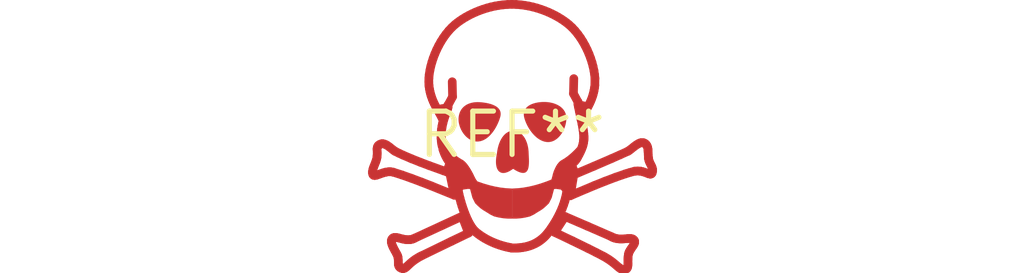
<source format=kicad_pcb>
(kicad_pcb (version 20240108) (generator pcbnew)
  (layers (0 "F.Cu" signal) (31 "B.Cu" signal) (34 "B.Paste" user) (35 "F.Paste" user) (36 "B.SilkS" user "B.Silkscreen") (37 "F.SilkS" user "F.Silkscreen") (38 "B.Mask" user) (39 "F.Mask" user) (44 "Edge.Cuts" user))
  (net 0 "")
  (footprint "Symbol_Danger_8x8mm_Copper" (layer "F.Cu") (at 0 0)
    (property "Reference" "REF**")
    (property "Value" "Symbol_Danger_8x8mm_Copper")
    (fp_line (start -4.08083 1.1) (end -4.080092 1.122169) (layer "F.Cu") (stroke (width 0.253998)))
    (fp_line (start -4.080092 1.122169) (end -4.077626 1.141022) (layer "F.Cu") (stroke (width 0.253998)))
    (fp_line (start -4.079358 1.073232) (end -4.08083 1.1) (layer "F.Cu") (stroke (width 0.253998)))
    (fp_line (start -4.077626 1.141022) (end -4.073486 1.156748) (layer "F.Cu") (stroke (width 0.253998)))
    (fp_line (start -4.075503 1.046351) (end -4.079358 1.073232) (layer "F.Cu") (stroke (width 0.253998)))
    (fp_line (start -4.073486 1.156748) (end -4.067723 1.169538) (layer "F.Cu") (stroke (width 0.253998)))
    (fp_line (start -4.069576 1.019307) (end -4.075503 1.046351) (layer "F.Cu") (stroke (width 0.253998)))
    (fp_line (start -4.067723 1.169538) (end -4.064251 1.17489) (layer "F.Cu") (stroke (width 0.253998)))
    (fp_line (start -4.064251 1.17489) (end -4.060393 1.179579) (layer "F.Cu") (stroke (width 0.253998)))
    (fp_line (start -4.06189 0.992049) (end -4.069576 1.019307) (layer "F.Cu") (stroke (width 0.253998)))
    (fp_line (start -4.060393 1.179579) (end -4.056156 1.183628) (layer "F.Cu") (stroke (width 0.253998)))
    (fp_line (start -4.056156 1.183628) (end -4.051547 1.187061) (layer "F.Cu") (stroke (width 0.253998)))
    (fp_line (start -4.052756 0.964524) (end -4.06189 0.992049) (layer "F.Cu") (stroke (width 0.253998)))
    (fp_line (start -4.051547 1.187061) (end -4.04124 1.192174) (layer "F.Cu") (stroke (width 0.253998)))
    (fp_line (start -4.042487 0.936682) (end -4.052756 0.964524) (layer "F.Cu") (stroke (width 0.253998)))
    (fp_line (start -4.04124 1.192174) (end -4.029524 1.195106) (layer "F.Cu") (stroke (width 0.253998)))
    (fp_line (start -4.029524 1.195106) (end -4.016454 1.196046) (layer "F.Cu") (stroke (width 0.253998)))
    (fp_line (start -4.019793 0.879841) (end -4.042487 0.936682) (layer "F.Cu") (stroke (width 0.253998)))
    (fp_line (start -4.016454 1.196046) (end -4.002082 1.195183) (layer "F.Cu") (stroke (width 0.253998)))
    (fp_line (start -4.002082 1.195183) (end -3.986461 1.192708) (layer "F.Cu") (stroke (width 0.253998)))
    (fp_line (start -3.996304 0.821115) (end -4.019793 0.879841) (layer "F.Cu") (stroke (width 0.253998)))
    (fp_line (start -3.986461 1.192708) (end -3.969646 1.188808) (layer "F.Cu") (stroke (width 0.253998)))
    (fp_line (start -3.985042 0.790918) (end -3.996304 0.821115) (layer "F.Cu") (stroke (width 0.253998)))
    (fp_line (start -3.974518 0.760095) (end -3.985042 0.790918) (layer "F.Cu") (stroke (width 0.253998)))
    (fp_line (start -3.969646 1.188808) (end -3.932643 1.177493) (layer "F.Cu") (stroke (width 0.253998)))
    (fp_line (start -3.965044 0.728596) (end -3.974518 0.760095) (layer "F.Cu") (stroke (width 0.253998)))
    (fp_line (start -3.956931 0.69637) (end -3.965044 0.728596) (layer "F.Cu") (stroke (width 0.253998)))
    (fp_line (start -3.950493 0.663364) (end -3.956931 0.69637) (layer "F.Cu") (stroke (width 0.253998)))
    (fp_line (start -3.946042 0.629529) (end -3.950493 0.663364) (layer "F.Cu") (stroke (width 0.253998)))
    (fp_line (start -3.945272 0.436159) (end -3.944822 0.458664) (layer "F.Cu") (stroke (width 0.253998)))
    (fp_line (start -3.944922 0.415106) (end -3.945272 0.436159) (layer "F.Cu") (stroke (width 0.253998)))
    (fp_line (start -3.944822 0.458664) (end -3.943001 0.508411) (layer "F.Cu") (stroke (width 0.253998)))
    (fp_line (start -3.944581 0.612659) (end -3.946042 0.629529) (layer "F.Cu") (stroke (width 0.253998)))
    (fp_line (start -3.944331 0.405094) (end -3.944922 0.415106) (layer "F.Cu") (stroke (width 0.253998)))
    (fp_line (start -3.943521 0.596307) (end -3.944581 0.612659) (layer "F.Cu") (stroke (width 0.253998)))
    (fp_line (start -3.943401 0.395409) (end -3.944331 0.405094) (layer "F.Cu") (stroke (width 0.253998)))
    (fp_line (start -3.943001 0.508411) (end -3.942371 0.535844) (layer "F.Cu") (stroke (width 0.253998)))
    (fp_line (start -3.942421 0.565111) (end -3.943521 0.596307) (layer "F.Cu") (stroke (width 0.253998)))
    (fp_line (start -3.942371 0.535844) (end -3.942421 0.565111) (layer "F.Cu") (stroke (width 0.253998)))
    (fp_line (start -3.942086 0.386039) (end -3.943401 0.395409) (layer "F.Cu") (stroke (width 0.253998)))
    (fp_line (start -3.94034 0.376971) (end -3.942086 0.386039) (layer "F.Cu") (stroke (width 0.253998)))
    (fp_line (start -3.938116 0.368195) (end -3.94034 0.376971) (layer "F.Cu") (stroke (width 0.253998)))
    (fp_line (start -3.935369 0.359699) (end -3.938116 0.368195) (layer "F.Cu") (stroke (width 0.253998)))
    (fp_line (start -3.932643 1.177493) (end -3.8915 1.16275) (layer "F.Cu") (stroke (width 0.253998)))
    (fp_line (start -3.932051 0.351469) (end -3.935369 0.359699) (layer "F.Cu") (stroke (width 0.253998)))
    (fp_line (start -3.928117 0.343495) (end -3.932051 0.351469) (layer "F.Cu") (stroke (width 0.253998)))
    (fp_line (start -3.92352 0.335764) (end -3.928117 0.343495) (layer "F.Cu") (stroke (width 0.253998)))
    (fp_line (start -3.918214 0.328264) (end -3.92352 0.335764) (layer "F.Cu") (stroke (width 0.253998)))
    (fp_line (start -3.912153 0.320984) (end -3.918214 0.328264) (layer "F.Cu") (stroke (width 0.253998)))
    (fp_line (start -3.905291 0.313911) (end -3.912153 0.320984) (layer "F.Cu") (stroke (width 0.253998)))
    (fp_line (start -3.897581 0.307034) (end -3.905291 0.313911) (layer "F.Cu") (stroke (width 0.253998)))
    (fp_line (start -3.8915 1.16275) (end -3.846644 1.146094) (layer "F.Cu") (stroke (width 0.253998)))
    (fp_line (start -3.888977 0.30034) (end -3.897581 0.307034) (layer "F.Cu") (stroke (width 0.253998)))
    (fp_line (start -3.879432 0.293818) (end -3.888977 0.30034) (layer "F.Cu") (stroke (width 0.253998)))
    (fp_line (start -3.868901 0.287455) (end -3.879432 0.293818) (layer "F.Cu") (stroke (width 0.253998)))
    (fp_line (start -3.853936 0.2799) (end -3.868901 0.287455) (layer "F.Cu") (stroke (width 0.253998)))
    (fp_line (start -3.846644 1.146094) (end -3.7985 1.129037) (layer "F.Cu") (stroke (width 0.253998)))
    (fp_line (start -3.838871 0.274155) (end -3.853936 0.2799) (layer "F.Cu") (stroke (width 0.253998)))
    (fp_line (start -3.823719 0.270132) (end -3.838871 0.274155) (layer "F.Cu") (stroke (width 0.253998)))
    (fp_line (start -3.808494 0.267739) (end -3.823719 0.270132) (layer "F.Cu") (stroke (width 0.253998)))
    (fp_line (start -3.7985 1.129037) (end -3.747496 1.113091) (layer "F.Cu") (stroke (width 0.253998)))
    (fp_line (start -3.793209 0.266887) (end -3.808494 0.267739) (layer "F.Cu") (stroke (width 0.253998)))
    (fp_line (start -3.777876 0.267484) (end -3.793209 0.266887) (layer "F.Cu") (stroke (width 0.253998)))
    (fp_line (start -3.762508 0.269441) (end -3.777876 0.267484) (layer "F.Cu") (stroke (width 0.253998)))
    (fp_line (start -3.747496 1.113091) (end -3.721055 1.106009) (layer "F.Cu") (stroke (width 0.253998)))
    (fp_line (start -3.74712 0.272667) (end -3.762508 0.269441) (layer "F.Cu") (stroke (width 0.253998)))
    (fp_line (start -3.731723 0.277073) (end -3.74712 0.272667) (layer "F.Cu") (stroke (width 0.253998)))
    (fp_line (start -3.721055 1.106009) (end -3.694058 1.099771) (layer "F.Cu") (stroke (width 0.253998)))
    (fp_line (start -3.716331 0.282567) (end -3.731723 0.277073) (layer "F.Cu") (stroke (width 0.253998)))
    (fp_line (start -3.700958 0.289059) (end -3.716331 0.282567) (layer "F.Cu") (stroke (width 0.253998)))
    (fp_line (start -3.694058 1.099771) (end -3.66656 1.094568) (layer "F.Cu") (stroke (width 0.253998)))
    (fp_line (start -3.685615 0.29646) (end -3.700958 0.289059) (layer "F.Cu") (stroke (width 0.253998)))
    (fp_line (start -3.670316 0.304678) (end -3.685615 0.29646) (layer "F.Cu") (stroke (width 0.253998)))
    (fp_line (start -3.66656 1.094568) (end -3.638613 1.090589) (layer "F.Cu") (stroke (width 0.253998)))
    (fp_line (start -3.655074 0.313624) (end -3.670316 0.304678) (layer "F.Cu") (stroke (width 0.253998)))
    (fp_line (start -3.638613 1.090589) (end -3.610271 1.088023) (layer "F.Cu") (stroke (width 0.253998)))
    (fp_line (start -3.624813 0.333337) (end -3.655074 0.313624) (layer "F.Cu") (stroke (width 0.253998)))
    (fp_line (start -3.610271 1.088023) (end -3.581587 1.087059) (layer "F.Cu") (stroke (width 0.253998)))
    (fp_line (start -3.594937 0.354876) (end -3.624813 0.333337) (layer "F.Cu") (stroke (width 0.253998)))
    (fp_line (start -3.581587 1.087059) (end -3.552614 1.087886) (layer "F.Cu") (stroke (width 0.253998)))
    (fp_line (start -3.565551 0.377518) (end -3.594937 0.354876) (layer "F.Cu") (stroke (width 0.253998)))
    (fp_line (start -3.552614 1.087886) (end -3.523406 1.090693) (layer "F.Cu") (stroke (width 0.253998)))
    (fp_line (start -3.529066 3.132241) (end -3.527986 3.146896) (layer "F.Cu") (stroke (width 0.253998)))
    (fp_line (start -3.529042 3.118068) (end -3.529066 3.132241) (layer "F.Cu") (stroke (width 0.253998)))
    (fp_line (start -3.527986 3.146896) (end -3.525871 3.161993) (layer "F.Cu") (stroke (width 0.253998)))
    (fp_line (start -3.527844 3.104417) (end -3.529042 3.118068) (layer "F.Cu") (stroke (width 0.253998)))
    (fp_line (start -3.525871 3.161993) (end -3.522791 3.177492) (layer "F.Cu") (stroke (width 0.253998)))
    (fp_line (start -3.525402 3.091331) (end -3.527844 3.104417) (layer "F.Cu") (stroke (width 0.253998)))
    (fp_line (start -3.523406 1.090693) (end -3.494017 1.095669) (layer "F.Cu") (stroke (width 0.253998)))
    (fp_line (start -3.522791 3.177492) (end -3.518816 3.193351) (layer "F.Cu") (stroke (width 0.253998)))
    (fp_line (start -3.521646 3.078847) (end -3.525402 3.091331) (layer "F.Cu") (stroke (width 0.253998)))
    (fp_line (start -3.518816 3.193351) (end -3.508459 3.22599) (layer "F.Cu") (stroke (width 0.253998)))
    (fp_line (start -3.516507 3.067009) (end -3.521646 3.078847) (layer "F.Cu") (stroke (width 0.253998)))
    (fp_line (start -3.509915 3.055854) (end -3.516507 3.067009) (layer "F.Cu") (stroke (width 0.253998)))
    (fp_line (start -3.508663 0.423223) (end -3.565551 0.377518) (layer "F.Cu") (stroke (width 0.253998)))
    (fp_line (start -3.508459 3.22599) (end -3.495358 3.259587) (layer "F.Cu") (stroke (width 0.253998)))
    (fp_line (start -3.5018 3.045425) (end -3.509915 3.055854) (layer "F.Cu") (stroke (width 0.253998)))
    (fp_line (start -3.495358 3.259587) (end -3.480071 3.293819) (layer "F.Cu") (stroke (width 0.253998)))
    (fp_line (start -3.494017 1.095669) (end -3.464498 1.103004) (layer "F.Cu") (stroke (width 0.253998)))
    (fp_line (start -3.492092 3.035762) (end -3.5018 3.045425) (layer "F.Cu") (stroke (width 0.253998)))
    (fp_line (start -3.48137 0.444842) (end -3.508663 0.423223) (layer "F.Cu") (stroke (width 0.253998)))
    (fp_line (start -3.481102 3.027468) (end -3.492092 3.035762) (layer "F.Cu") (stroke (width 0.253998)))
    (fp_line (start -3.480071 3.293819) (end -3.463156 3.32836) (layer "F.Cu") (stroke (width 0.253998)))
    (fp_line (start -3.469206 3.02103) (end -3.481102 3.027468) (layer "F.Cu") (stroke (width 0.253998)))
    (fp_line (start -3.464498 1.103004) (end -3.223674 1.179617) (layer "F.Cu") (stroke (width 0.253998)))
    (fp_line (start -3.463156 3.32836) (end -3.42667 3.397077) (layer "F.Cu") (stroke (width 0.253998)))
    (fp_line (start -3.456435 3.016316) (end -3.469206 3.02103) (layer "F.Cu") (stroke (width 0.253998)))
    (fp_line (start -3.454985 0.464673) (end -3.48137 0.444842) (layer "F.Cu") (stroke (width 0.253998)))
    (fp_line (start -3.442818 3.01319) (end -3.456435 3.016316) (layer "F.Cu") (stroke (width 0.253998)))
    (fp_line (start -3.42961 0.481996) (end -3.454985 0.464673) (layer "F.Cu") (stroke (width 0.253998)))
    (fp_line (start -3.428387 3.011521) (end -3.442818 3.01319) (layer "F.Cu") (stroke (width 0.253998)))
    (fp_line (start -3.42667 3.397077) (end -3.390366 3.463148) (layer "F.Cu") (stroke (width 0.253998)))
    (fp_line (start -3.417335 0.489491) (end -3.42961 0.481996) (layer "F.Cu") (stroke (width 0.253998)))
    (fp_line (start -3.413171 3.011174) (end -3.428387 3.011521) (layer "F.Cu") (stroke (width 0.253998)))
    (fp_line (start -3.405352 0.496087) (end -3.417335 0.489491) (layer "F.Cu") (stroke (width 0.253998)))
    (fp_line (start -3.390366 3.463148) (end -3.373676 3.494382) (layer "F.Cu") (stroke (width 0.253998)))
    (fp_line (start -3.380505 3.013914) (end -3.413171 3.011174) (layer "F.Cu") (stroke (width 0.253998)))
    (fp_line (start -3.373676 3.494382) (end -3.358704 3.523983) (layer "F.Cu") (stroke (width 0.253998)))
    (fp_line (start -3.358704 3.523983) (end -3.35198 3.538966) (layer "F.Cu") (stroke (width 0.253998)))
    (fp_line (start -3.35198 3.538966) (end -3.346269 3.554002) (layer "F.Cu") (stroke (width 0.253998)))
    (fp_line (start -3.346269 3.554002) (end -3.341489 3.569066) (layer "F.Cu") (stroke (width 0.253998)))
    (fp_line (start -3.345061 3.020341) (end -3.380505 3.013914) (layer "F.Cu") (stroke (width 0.253998)))
    (fp_line (start -3.341489 3.569066) (end -3.337557 3.584136) (layer "F.Cu") (stroke (width 0.253998)))
    (fp_line (start -3.337557 3.584136) (end -3.331902 3.614199) (layer "F.Cu") (stroke (width 0.253998)))
    (fp_line (start -3.331902 3.614199) (end -3.328639 3.644008) (layer "F.Cu") (stroke (width 0.253998)))
    (fp_line (start -3.328639 3.644008) (end -3.327101 3.673377) (layer "F.Cu") (stroke (width 0.253998)))
    (fp_line (start -3.327101 3.673377) (end -3.326622 3.702123) (layer "F.Cu") (stroke (width 0.253998)))
    (fp_line (start -3.326622 3.702123) (end -3.326181 3.757004) (layer "F.Cu") (stroke (width 0.253998)))
    (fp_line (start -3.326181 3.757004) (end -3.324887 3.78277) (layer "F.Cu") (stroke (width 0.253998)))
    (fp_line (start -3.324887 3.78277) (end -3.321989 3.807175) (layer "F.Cu") (stroke (width 0.253998)))
    (fp_line (start -3.321989 3.807175) (end -3.319731 3.818809) (layer "F.Cu") (stroke (width 0.253998)))
    (fp_line (start -3.319731 3.818809) (end -3.316822 3.830033) (layer "F.Cu") (stroke (width 0.253998)))
    (fp_line (start -3.316822 3.830033) (end -3.313179 3.840824) (layer "F.Cu") (stroke (width 0.253998)))
    (fp_line (start -3.313179 3.840824) (end -3.308719 3.85116) (layer "F.Cu") (stroke (width 0.253998)))
    (fp_line (start -3.308719 3.85116) (end -3.303359 3.861017) (layer "F.Cu") (stroke (width 0.253998)))
    (fp_line (start -3.30708 3.029388) (end -3.345061 3.020341) (layer "F.Cu") (stroke (width 0.253998)))
    (fp_line (start -3.303793 0.546418) (end -3.405352 0.496087) (layer "F.Cu") (stroke (width 0.253998)))
    (fp_line (start -3.303359 3.861017) (end -3.297016 3.870371) (layer "F.Cu") (stroke (width 0.253998)))
    (fp_line (start -3.297016 3.870371) (end -3.289606 3.879201) (layer "F.Cu") (stroke (width 0.253998)))
    (fp_line (start -3.289606 3.879201) (end -3.281045 3.887482) (layer "F.Cu") (stroke (width 0.253998)))
    (fp_line (start -3.281045 3.887482) (end -3.271252 3.895193) (layer "F.Cu") (stroke (width 0.253998)))
    (fp_line (start -3.271252 3.895193) (end -3.260142 3.902309) (layer "F.Cu") (stroke (width 0.253998)))
    (fp_line (start -3.260142 3.902309) (end -3.247633 3.908807) (layer "F.Cu") (stroke (width 0.253998)))
    (fp_line (start -3.247633 3.908807) (end -3.233641 3.914666) (layer "F.Cu") (stroke (width 0.253998)))
    (fp_line (start -3.233641 3.914666) (end -3.220263 3.919011) (layer "F.Cu") (stroke (width 0.253998)))
    (fp_line (start -3.224467 3.051071) (end -3.30708 3.029388) (layer "F.Cu") (stroke (width 0.253998)))
    (fp_line (start -3.223674 1.179617) (end -2.945246 1.278184) (layer "F.Cu") (stroke (width 0.253998)))
    (fp_line (start -3.220263 3.919011) (end -3.207472 3.921814) (layer "F.Cu") (stroke (width 0.253998)))
    (fp_line (start -3.207472 3.921814) (end -3.195177 3.923125) (layer "F.Cu") (stroke (width 0.253998)))
    (fp_line (start -3.195177 3.923125) (end -3.183286 3.922998) (layer "F.Cu") (stroke (width 0.253998)))
    (fp_line (start -3.191385 0.59839) (end -3.303793 0.546418) (layer "F.Cu") (stroke (width 0.253998)))
    (fp_line (start -3.183286 3.922998) (end -3.171708 3.921483) (layer "F.Cu") (stroke (width 0.253998)))
    (fp_line (start -3.180318 3.06157) (end -3.224467 3.051071) (layer "F.Cu") (stroke (width 0.253998)))
    (fp_line (start -3.171708 3.921483) (end -3.160351 3.918634) (layer "F.Cu") (stroke (width 0.253998)))
    (fp_line (start -3.160351 3.918634) (end -3.149123 3.914503) (layer "F.Cu") (stroke (width 0.253998)))
    (fp_line (start -3.149123 3.914503) (end -3.137933 3.909141) (layer "F.Cu") (stroke (width 0.253998)))
    (fp_line (start -3.137933 3.909141) (end -3.126689 3.902601) (layer "F.Cu") (stroke (width 0.253998)))
    (fp_line (start -3.134595 3.070418) (end -3.180318 3.06157) (layer "F.Cu") (stroke (width 0.253998)))
    (fp_line (start -3.126689 3.902601) (end -3.115299 3.894935) (layer "F.Cu") (stroke (width 0.253998)))
    (fp_line (start -3.115299 3.894935) (end -3.103672 3.886195) (layer "F.Cu") (stroke (width 0.253998)))
    (fp_line (start -3.103672 3.886195) (end -3.091717 3.876433) (layer "F.Cu") (stroke (width 0.253998)))
    (fp_line (start -3.091717 3.876433) (end -3.066453 3.854051) (layer "F.Cu") (stroke (width 0.253998)))
    (fp_line (start -3.087538 3.076546) (end -3.134595 3.070418) (layer "F.Cu") (stroke (width 0.253998)))
    (fp_line (start -3.066453 3.854051) (end -3.038774 3.828208) (layer "F.Cu") (stroke (width 0.253998)))
    (fp_line (start -3.063584 3.078256) (end -3.087538 3.076546) (layer "F.Cu") (stroke (width 0.253998)))
    (fp_line (start -3.039388 3.078885) (end -3.063584 3.078256) (layer "F.Cu") (stroke (width 0.253998)))
    (fp_line (start -3.038774 3.828208) (end -3.007948 3.79932) (layer "F.Cu") (stroke (width 0.253998)))
    (fp_line (start -3.014979 3.078301) (end -3.039388 3.078885) (layer "F.Cu") (stroke (width 0.253998)))
    (fp_line (start -3.007948 3.79932) (end -2.973241 3.767804) (layer "F.Cu") (stroke (width 0.253998)))
    (fp_line (start -2.990386 3.076369) (end -3.014979 3.078301) (layer "F.Cu") (stroke (width 0.253998)))
    (fp_line (start -2.973241 3.767804) (end -2.93392 3.734077) (layer "F.Cu") (stroke (width 0.253998)))
    (fp_line (start -2.965641 3.072957) (end -2.990386 3.076369) (layer "F.Cu") (stroke (width 0.253998)))
    (fp_line (start -2.945246 1.278184) (end -2.650702 1.38879) (layer "F.Cu") (stroke (width 0.253998)))
    (fp_line (start -2.943623 0.704557) (end -3.191385 0.59839) (layer "F.Cu") (stroke (width 0.253998)))
    (fp_line (start -2.940774 3.06793) (end -2.965641 3.072957) (layer "F.Cu") (stroke (width 0.253998)))
    (fp_line (start -2.93392 3.734077) (end -2.912301 3.716515) (layer "F.Cu") (stroke (width 0.253998)))
    (fp_line (start -2.915813 3.061155) (end -2.940774 3.06793) (layer "F.Cu") (stroke (width 0.253998)))
    (fp_line (start -2.912301 3.716515) (end -2.889253 3.698556) (layer "F.Cu") (stroke (width 0.253998)))
    (fp_line (start -2.890791 3.052498) (end -2.915813 3.061155) (layer "F.Cu") (stroke (width 0.253998)))
    (fp_line (start -2.889253 3.698556) (end -2.864685 3.680253) (layer "F.Cu") (stroke (width 0.253998)))
    (fp_line (start -2.865735 3.041827) (end -2.890791 3.052498) (layer "F.Cu") (stroke (width 0.253998)))
    (fp_line (start -2.864685 3.680253) (end -2.838506 3.661658) (layer "F.Cu") (stroke (width 0.253998)))
    (fp_line (start -2.840678 3.029007) (end -2.865735 3.041827) (layer "F.Cu") (stroke (width 0.253998)))
    (fp_line (start -2.838506 3.661658) (end -2.810623 3.642823) (layer "F.Cu") (stroke (width 0.253998)))
    (fp_line (start -2.810623 3.642823) (end -2.780946 3.623801) (layer "F.Cu") (stroke (width 0.253998)))
    (fp_line (start -2.780946 3.623801) (end -2.749382 3.604642) (layer "F.Cu") (stroke (width 0.253998)))
    (fp_line (start -2.749382 3.604642) (end -2.71584 3.5854) (layer "F.Cu") (stroke (width 0.253998)))
    (fp_line (start -2.71584 3.5854) (end -2.680229 3.566127) (layer "F.Cu") (stroke (width 0.253998)))
    (fp_line (start -2.681277 0.809194) (end -2.943623 0.704557) (layer "F.Cu") (stroke (width 0.253998)))
    (fp_line (start -2.680229 3.566127) (end -2.642456 3.546874) (layer "F.Cu") (stroke (width 0.253998)))
    (fp_line (start -2.650702 1.38879) (end -2.361528 1.50152) (layer "F.Cu") (stroke (width 0.253998)))
    (fp_line (start -2.642456 3.546874) (end -1.770197 3.12248) (layer "F.Cu") (stroke (width 0.253998)))
    (fp_line (start -2.435501 -1.543936) (end -2.432994 -1.649008) (layer "F.Cu") (stroke (width 0.253998)))
    (fp_line (start -2.432994 -1.649008) (end -2.422558 -1.759958) (layer "F.Cu") (stroke (width 0.253998)))
    (fp_line (start -2.429849 -1.445869) (end -2.435501 -1.543936) (layer "F.Cu") (stroke (width 0.253998)))
    (fp_line (start -2.424363 -1.399496) (end -2.429849 -1.445869) (layer "F.Cu") (stroke (width 0.253998)))
    (fp_line (start -2.423554 0.906905) (end -2.681277 0.809194) (layer "F.Cu") (stroke (width 0.253998)))
    (fp_line (start -2.422558 -1.759958) (end -2.404423 -1.875659) (layer "F.Cu") (stroke (width 0.253998)))
    (fp_line (start -2.41776 -1.354536) (end -2.424363 -1.399496) (layer "F.Cu") (stroke (width 0.253998)))
    (fp_line (start -2.410107 -1.310945) (end -2.41776 -1.354536) (layer "F.Cu") (stroke (width 0.253998)))
    (fp_line (start -2.404423 -1.875659) (end -2.378818 -1.994988) (layer "F.Cu") (stroke (width 0.253998)))
    (fp_line (start -2.401469 -1.268678) (end -2.410107 -1.310945) (layer "F.Cu") (stroke (width 0.253998)))
    (fp_line (start -2.391911 -1.227688) (end -2.401469 -1.268678) (layer "F.Cu") (stroke (width 0.253998)))
    (fp_line (start -2.3815 -1.187931) (end -2.391911 -1.227688) (layer "F.Cu") (stroke (width 0.253998)))
    (fp_line (start -2.378818 -1.994988) (end -2.345975 -2.116816) (layer "F.Cu") (stroke (width 0.253998)))
    (fp_line (start -2.370301 -1.149361) (end -2.3815 -1.187931) (layer "F.Cu") (stroke (width 0.253998)))
    (fp_line (start -2.361528 1.50152) (end -1.688277 1.775374) (layer "F.Cu") (stroke (width 0.253998)))
    (fp_line (start -2.358381 -1.111932) (end -2.370301 -1.149361) (layer "F.Cu") (stroke (width 0.253998)))
    (fp_line (start -2.345975 -2.116816) (end -2.306121 -2.24002) (layer "F.Cu") (stroke (width 0.253998)))
    (fp_line (start -2.332639 -1.04032) (end -2.358381 -1.111932) (layer "F.Cu") (stroke (width 0.253998)))
    (fp_line (start -2.306121 -2.24002) (end -2.259488 -2.363472) (layer "F.Cu") (stroke (width 0.253998)))
    (fp_line (start -2.304801 -0.97273) (end -2.332639 -1.04032) (layer "F.Cu") (stroke (width 0.253998)))
    (fp_line (start -2.275393 -0.908801) (end -2.304801 -0.97273) (layer "F.Cu") (stroke (width 0.253998)))
    (fp_line (start -2.259488 -2.363472) (end -2.206305 -2.486047) (layer "F.Cu") (stroke (width 0.253998)))
    (fp_line (start -2.244942 -0.84817) (end -2.275393 -0.908801) (layer "F.Cu") (stroke (width 0.253998)))
    (fp_line (start -2.213975 -0.790474) (end -2.244942 -0.84817) (layer "F.Cu") (stroke (width 0.253998)))
    (fp_line (start -2.206305 -2.486047) (end -2.146802 -2.60662) (layer "F.Cu") (stroke (width 0.253998)))
    (fp_line (start -2.183018 -0.73535) (end -2.213975 -0.790474) (layer "F.Cu") (stroke (width 0.253998)))
    (fp_line (start -2.146802 -2.60662) (end -2.08121 -2.724064) (layer "F.Cu") (stroke (width 0.253998)))
    (fp_line (start -2.123245 -0.631369) (end -2.183018 -0.73535) (layer "F.Cu") (stroke (width 0.253998)))
    (fp_line (start -2.095481 -0.581786) (end -2.123245 -0.631369) (layer "F.Cu") (stroke (width 0.253998)))
    (fp_line (start -2.08121 -2.724064) (end -2.009757 -2.837253) (layer "F.Cu") (stroke (width 0.253998)))
    (fp_line (start -2.072962 0.023817) (end -2.06952 -0.062495) (layer "F.Cu") (stroke (width 0.263102)))
    (fp_line (start -2.071439 0.107731) (end -2.072962 0.023817) (layer "F.Cu") (stroke (width 0.263102)))
    (fp_line (start -2.069835 -0.533324) (end -2.095481 -0.581786) (layer "F.Cu") (stroke (width 0.253998)))
    (fp_line (start -2.06952 -0.062495) (end -2.060903 -0.151159) (layer "F.Cu") (stroke (width 0.263102)))
    (fp_line (start -2.065157 0.189203) (end -2.071439 0.107731) (layer "F.Cu") (stroke (width 0.263102)))
    (fp_line (start -2.060903 -0.151159) (end -2.046906 -0.242128) (layer "F.Cu") (stroke (width 0.263102)))
    (fp_line (start -2.054325 0.268186) (end -2.065157 0.189203) (layer "F.Cu") (stroke (width 0.263102)))
    (fp_line (start -2.046906 -0.242128) (end -2.027319 -0.335357) (layer "F.Cu") (stroke (width 0.263102)))
    (fp_line (start -2.046834 -0.485621) (end -2.069835 -0.533324) (layer "F.Cu") (stroke (width 0.253998)))
    (fp_line (start -2.03915 0.344634) (end -2.054325 0.268186) (layer "F.Cu") (stroke (width 0.263102)))
    (fp_line (start -2.027319 -0.335357) (end -2.001936 -0.4308) (layer "F.Cu") (stroke (width 0.263102)))
    (fp_line (start -2.027005 -0.438314) (end -2.046834 -0.485621) (layer "F.Cu") (stroke (width 0.253998)))
    (fp_line (start -2.009757 -2.837253) (end -1.932674 -2.945062) (layer "F.Cu") (stroke (width 0.253998)))
    (fp_line (start -2.001936 -0.4308) (end -1.970548 -0.528412) (layer "F.Cu") (stroke (width 0.263102)))
    (fp_line (start -1.998818 1.059966) (end -2.423554 0.906905) (layer "F.Cu") (stroke (width 0.253998)))
    (fp_line (start -1.996603 0.489744) (end -2.019841 0.418502) (layer "F.Cu") (stroke (width 0.263102)))
    (fp_line (start -1.970548 -0.528412) (end -1.932948 -0.628146) (layer "F.Cu") (stroke (width 0.263102)))
    (fp_line (start -1.969647 0.558314) (end -2.019841 0.418502) (layer "F.Cu") (stroke (width 0.263102)))
    (fp_line (start -1.96205 -0.777654) (end -2.183018 -0.73535) (layer "F.Cu") (stroke (width 0.253998)))
    (fp_line (start -1.939178 0.624167) (end -1.969647 0.558314) (layer "F.Cu") (stroke (width 0.263102)))
    (fp_line (start -1.932948 -0.628146) (end -1.920207 -0.660766) (layer "F.Cu") (stroke (width 0.263102)))
    (fp_line (start -1.932674 -2.945062) (end -1.850191 -3.046365) (layer "F.Cu") (stroke (width 0.253998)))
    (fp_line (start -1.920207 -0.660766) (end -1.909102 -0.69157) (layer "F.Cu") (stroke (width 0.263102)))
    (fp_line (start -1.909102 -0.69157) (end -1.899559 -0.72069) (layer "F.Cu") (stroke (width 0.263102)))
    (fp_line (start -1.905405 0.687256) (end -1.939178 0.624167) (layer "F.Cu") (stroke (width 0.263102)))
    (fp_line (start -1.899559 -0.72069) (end -1.891505 -0.74826) (layer "F.Cu") (stroke (width 0.263102)))
    (fp_line (start -1.891505 -0.74826) (end -1.884867 -0.774412) (layer "F.Cu") (stroke (width 0.263102)))
    (fp_line (start -1.884867 -0.774412) (end -1.87957 -0.79928) (layer "F.Cu") (stroke (width 0.263102)))
    (fp_line (start -1.879816 0.729084) (end -1.905405 0.687256) (layer "F.Cu") (stroke (width 0.263102)))
    (fp_line (start -1.87957 -0.79928) (end -1.875542 -0.822996) (layer "F.Cu") (stroke (width 0.263102)))
    (fp_line (start -1.875542 -0.822996) (end -1.872708 -0.845694) (layer "F.Cu") (stroke (width 0.263102)))
    (fp_line (start -1.872708 -0.845694) (end -1.870996 -0.867507) (layer "F.Cu") (stroke (width 0.263102)))
    (fp_line (start -1.870996 -0.867507) (end -1.74 -1.11) (layer "F.Cu") (stroke (width 0.254)))
    (fp_line (start -1.855702 0.763657) (end -1.879816 0.729084) (layer "F.Cu") (stroke (width 0.263102)))
    (fp_line (start -1.850191 -3.046365) (end -1.762537 -3.140036) (layer "F.Cu") (stroke (width 0.253998)))
    (fp_line (start -1.846376 0.613486) (end -1.927261 0.538408) (layer "F.Cu") (stroke (width 0.263102)))
    (fp_line (start -1.832972 0.792573) (end -1.855702 0.763657) (layer "F.Cu") (stroke (width 0.263102)))
    (fp_line (start -1.82309 1.120579) (end -1.998818 1.059966) (layer "F.Cu") (stroke (width 0.253998)))
    (fp_line (start -1.811535 0.817427) (end -1.910954 1.090273) (layer "F.Cu") (stroke (width 0.253998)))
    (fp_line (start -1.811535 0.817427) (end -1.832972 0.792573) (layer "F.Cu") (stroke (width 0.263102)))
    (fp_line (start -1.800064 0.653811) (end -1.846376 0.613486) (layer "F.Cu") (stroke (width 0.263102)))
    (fp_line (start -1.772174 0.861338) (end -1.811535 0.817427) (layer "F.Cu") (stroke (width 0.263102)))
    (fp_line (start -1.770197 3.12248) (end -1.272793 2.883427) (layer "F.Cu") (stroke (width 0.253998)))
    (fp_line (start -1.762537 -3.140036) (end -1.669944 -3.224949) (layer "F.Cu") (stroke (width 0.253998)))
    (fp_line (start -1.754068 0.883588) (end -1.772174 0.861338) (layer "F.Cu") (stroke (width 0.263102)))
    (fp_line (start -1.750428 0.694786) (end -1.800064 0.653811) (layer "F.Cu") (stroke (width 0.263102)))
    (fp_line (start -1.74 -1.11) (end -1.75 -1.55) (layer "F.Cu") (stroke (width 0.254)))
    (fp_line (start -1.736889 0.908164) (end -1.754068 0.883588) (layer "F.Cu") (stroke (width 0.263102)))
    (fp_line (start -1.720547 0.936663) (end -1.736889 0.908164) (layer "F.Cu") (stroke (width 0.263102)))
    (fp_line (start -1.704949 0.97068) (end -1.720547 0.936663) (layer "F.Cu") (stroke (width 0.263102)))
    (fp_line (start -1.697907 0.735504) (end -1.750428 0.694786) (layer "F.Cu") (stroke (width 0.263102)))
    (fp_line (start -1.690005 1.011814) (end -1.704949 0.97068) (layer "F.Cu") (stroke (width 0.263102)))
    (fp_line (start -1.688277 1.775374) (end -1.82309 1.120579) (layer "F.Cu") (stroke (width 0.253998)))
    (fp_line (start -1.675624 1.06166) (end -1.690005 1.011814) (layer "F.Cu") (stroke (width 0.263102)))
    (fp_line (start -1.669944 -3.224949) (end -1.601071 -3.280294) (layer "F.Cu") (stroke (width 0.253998)))
    (fp_line (start -1.661714 1.121815) (end -1.675624 1.06166) (layer "F.Cu") (stroke (width 0.263102)))
    (fp_line (start -1.648183 1.193876) (end -1.661714 1.121815) (layer "F.Cu") (stroke (width 0.263102)))
    (fp_line (start -1.642941 0.775058) (end -1.697907 0.735504) (layer "F.Cu") (stroke (width 0.263102)))
    (fp_line (start -1.634941 1.279441) (end -1.648183 1.193876) (layer "F.Cu") (stroke (width 0.263102)))
    (fp_line (start -1.609848 1.467632) (end -1.621897 1.380104) (layer "F.Cu") (stroke (width 0.263102)))
    (fp_line (start -1.601071 -3.280294) (end -1.525993 -3.33522) (layer "F.Cu") (stroke (width 0.253998)))
    (fp_line (start -1.593804 1.561991) (end -1.609848 1.467632) (layer "F.Cu") (stroke (width 0.263102)))
    (fp_line (start -1.585973 0.812544) (end -1.642941 0.775058) (layer "F.Cu") (stroke (width 0.263102)))
    (fp_line (start -1.573969 1.661842) (end -1.593804 1.561991) (layer "F.Cu") (stroke (width 0.263102)))
    (fp_line (start -1.550547 1.765845) (end -1.573969 1.661842) (layer "F.Cu") (stroke (width 0.263102)))
    (fp_line (start -1.527441 0.847054) (end -1.585973 0.812544) (layer "F.Cu") (stroke (width 0.263102)))
    (fp_line (start -1.525993 -3.33522) (end -1.445026 -3.389294) (layer "F.Cu") (stroke (width 0.253998)))
    (fp_line (start -1.523742 1.872659) (end -1.550547 1.765845) (layer "F.Cu") (stroke (width 0.263102)))
    (fp_line (start -1.508623 0.858761) (end -1.527441 0.847054) (layer "F.Cu") (stroke (width 0.263102)))
    (fp_line (start -1.493757 1.980945) (end -1.523742 1.872659) (layer "F.Cu") (stroke (width 0.263102)))
    (fp_line (start -1.48988 0.872904) (end -1.508623 0.858761) (layer "F.Cu") (stroke (width 0.263102)))
    (fp_line (start -1.471246 0.889278) (end -1.48988 0.872904) (layer "F.Cu") (stroke (width 0.263102)))
    (fp_line (start -1.461553 2.390897) (end -2.840678 3.029007) (layer "F.Cu") (stroke (width 0.253998)))
    (fp_line (start -1.460797 2.089362) (end -1.493757 1.980945) (layer "F.Cu") (stroke (width 0.263102)))
    (fp_line (start -1.452757 0.907679) (end -1.471246 0.889278) (layer "F.Cu") (stroke (width 0.263102)))
    (fp_line (start -1.445026 -3.389294) (end -1.35849 -3.442083) (layer "F.Cu") (stroke (width 0.253998)))
    (fp_line (start -1.434448 0.9279) (end -1.452757 0.907679) (layer "F.Cu") (stroke (width 0.263102)))
    (fp_line (start -1.425065 2.196571) (end -1.460797 2.089362) (layer "F.Cu") (stroke (width 0.263102)))
    (fp_line (start -1.416353 0.949738) (end -1.434448 0.9279) (layer "F.Cu") (stroke (width 0.263102)))
    (fp_line (start -1.386765 2.301232) (end -1.425065 2.196571) (layer "F.Cu") (stroke (width 0.263102)))
    (fp_line (start -1.380947 0.997444) (end -1.416353 0.949738) (layer "F.Cu") (stroke (width 0.263102)))
    (fp_line (start -1.35849 -3.442083) (end -1.266702 -3.493155) (layer "F.Cu") (stroke (width 0.253998)))
    (fp_line (start -1.346818 1.049158) (end -1.380947 0.997444) (layer "F.Cu") (stroke (width 0.263102)))
    (fp_line (start -1.346101 2.402004) (end -1.386765 2.301232) (layer "F.Cu") (stroke (width 0.263102)))
    (fp_line (start -1.314245 1.10324) (end -1.346818 1.049158) (layer "F.Cu") (stroke (width 0.263102)))
    (fp_line (start -1.303277 2.497547) (end -1.346101 2.402004) (layer "F.Cu") (stroke (width 0.263102)))
    (fp_line (start -1.283509 1.158052) (end -1.314245 1.10324) (layer "F.Cu") (stroke (width 0.263102)))
    (fp_line (start -1.272793 2.883427) (end -1.461553 2.390897) (layer "F.Cu") (stroke (width 0.253998)))
    (fp_line (start -1.266702 -3.493155) (end -1.16998 -3.542079) (layer "F.Cu") (stroke (width 0.253998)))
    (fp_line (start -1.258497 2.586523) (end -1.303277 2.497547) (layer "F.Cu") (stroke (width 0.263102)))
    (fp_line (start -1.254888 1.211955) (end -1.283509 1.158052) (layer "F.Cu") (stroke (width 0.263102)))
    (fp_line (start -1.211964 2.667589) (end -1.258497 2.586523) (layer "F.Cu") (stroke (width 0.263102)))
    (fp_line (start -1.16998 -3.542079) (end -1.068644 -3.588421) (layer "F.Cu") (stroke (width 0.253998)))
    (fp_line (start -1.167149 1.3857) (end -1.254888 1.211955) (layer "F.Cu") (stroke (width 0.263102)))
    (fp_line (start -1.163883 2.739408) (end -1.211964 2.667589) (layer "F.Cu") (stroke (width 0.263102)))
    (fp_line (start -1.153297 1.410475) (end -1.167149 1.3857) (layer "F.Cu") (stroke (width 0.263102)))
    (fp_line (start -1.143238 1.424508) (end -1.153297 1.410475) (layer "F.Cu") (stroke (width 0.263102)))
    (fp_line (start -1.139718 1.426984) (end -1.143238 1.424508) (layer "F.Cu") (stroke (width 0.263102)))
    (fp_line (start -1.137251 1.426159) (end -1.139718 1.426984) (layer "F.Cu") (stroke (width 0.263102)))
    (fp_line (start -1.114457 2.800638) (end -1.163883 2.739408) (layer "F.Cu") (stroke (width 0.263102)))
    (fp_line (start -1.089304 2.826863) (end -1.114457 2.800638) (layer "F.Cu") (stroke (width 0.263102)))
    (fp_line (start -1.068644 -3.588421) (end -0.96301 -3.631748) (layer "F.Cu") (stroke (width 0.253998)))
    (fp_line (start -1.063891 2.849939) (end -1.089304 2.826863) (layer "F.Cu") (stroke (width 0.263102)))
    (fp_line (start -0.997204 2.903287) (end -1.063891 2.849939) (layer "F.Cu") (stroke (width 0.263102)))
    (fp_line (start -0.96301 -3.631748) (end -0.853399 -3.671629) (layer "F.Cu") (stroke (width 0.253998)))
    (fp_line (start -0.928808 2.953005) (end -0.997204 2.903287) (layer "F.Cu") (stroke (width 0.263102)))
    (fp_line (start -0.859053 2.999189) (end -0.928808 2.953005) (layer "F.Cu") (stroke (width 0.263102)))
    (fp_line (start -0.853399 -3.671629) (end -0.740126 -3.707632) (layer "F.Cu") (stroke (width 0.253998)))
    (fp_line (start -0.78829 3.041937) (end -0.859053 2.999189) (layer "F.Cu") (stroke (width 0.263102)))
    (fp_line (start -0.740126 -3.707632) (end -0.623512 -3.739323) (layer "F.Cu") (stroke (width 0.253998)))
    (fp_line (start -0.716869 3.081344) (end -0.78829 3.041937) (layer "F.Cu") (stroke (width 0.263102)))
    (fp_line (start -0.645138 3.117508) (end -0.716869 3.081344) (layer "F.Cu") (stroke (width 0.263102)))
    (fp_line (start -0.623512 -3.739323) (end -0.503874 -3.76627) (layer "F.Cu") (stroke (width 0.253998)))
    (fp_line (start -0.573449 3.150525) (end -0.645138 3.117508) (layer "F.Cu") (stroke (width 0.263102)))
    (fp_line (start -0.503874 -3.76627) (end -0.381531 -3.788041) (layer "F.Cu") (stroke (width 0.253998)))
    (fp_line (start -0.50215 3.180491) (end -0.573449 3.150525) (layer "F.Cu") (stroke (width 0.263102)))
    (fp_line (start -0.431592 3.207504) (end -0.50215 3.180491) (layer "F.Cu") (stroke (width 0.263102)))
    (fp_line (start -0.381531 -3.788041) (end -0.2568 -3.804204) (layer "F.Cu") (stroke (width 0.253998)))
    (fp_line (start -0.362125 3.231659) (end -0.431592 3.207504) (layer "F.Cu") (stroke (width 0.263102)))
    (fp_line (start -0.294098 3.253054) (end -0.362125 3.231659) (layer "F.Cu") (stroke (width 0.263102)))
    (fp_line (start -0.2568 -3.804204) (end -0.13 -3.814326) (layer "F.Cu") (stroke (width 0.253998)))
    (fp_line (start -0.227862 3.271784) (end -0.294098 3.253054) (layer "F.Cu") (stroke (width 0.263102)))
    (fp_line (start -0.163767 3.287947) (end -0.227862 3.271784) (layer "F.Cu") (stroke (width 0.263102)))
    (fp_line (start -0.13 -3.814326) (end -0.00145 -3.817975) (layer "F.Cu") (stroke (width 0.253998)))
    (fp_line (start -0.102161 3.30164) (end -0.163767 3.287947) (layer "F.Cu") (stroke (width 0.263102)))
    (fp_line (start -0.043396 3.312958) (end -0.102161 3.30164) (layer "F.Cu") (stroke (width 0.263102)))
    (fp_line (start -0.006229 3.322061) (end 0.110848 3.321498) (layer "F.Cu") (stroke (width 0.263102)))
    (fp_line (start 0.01218 3.321998) (end -0.043396 3.312958) (layer "F.Cu") (stroke (width 0.263102)))
    (fp_line (start 0.110848 3.321498) (end 0.17388 3.318484) (layer "F.Cu") (stroke (width 0.263102)))
    (fp_line (start 0.120782 -3.814453) (end -0.007768 -3.818102) (layer "F.Cu") (stroke (width 0.253998)))
    (fp_line (start 0.17388 3.318484) (end 0.239368 3.312925) (layer "F.Cu") (stroke (width 0.263102)))
    (fp_line (start 0.239368 3.312925) (end 0.306908 3.304277) (layer "F.Cu") (stroke (width 0.263102)))
    (fp_line (start 0.247582 -3.804331) (end 0.120782 -3.814453) (layer "F.Cu") (stroke (width 0.253998)))
    (fp_line (start 0.306908 3.304277) (end 0.376098 3.291998) (layer "F.Cu") (stroke (width 0.263102)))
    (fp_line (start 0.372313 -3.788168) (end 0.247582 -3.804331) (layer "F.Cu") (stroke (width 0.253998)))
    (fp_line (start 0.376098 3.291998) (end 0.446533 3.275544) (layer "F.Cu") (stroke (width 0.263102)))
    (fp_line (start 0.446533 3.275544) (end 0.517809 3.254373) (layer "F.Cu") (stroke (width 0.263102)))
    (fp_line (start 0.494656 -3.766397) (end 0.372313 -3.788168) (layer "F.Cu") (stroke (width 0.253998)))
    (fp_line (start 0.517809 3.254373) (end 0.589522 3.22794) (layer "F.Cu") (stroke (width 0.263102)))
    (fp_line (start 0.589522 3.22794) (end 0.661269 3.195705) (layer "F.Cu") (stroke (width 0.263102)))
    (fp_line (start 0.614294 -3.73945) (end 0.494656 -3.766397) (layer "F.Cu") (stroke (width 0.253998)))
    (fp_line (start 0.661269 3.195705) (end 0.697029 3.177241) (layer "F.Cu") (stroke (width 0.263102)))
    (fp_line (start 0.697029 3.177241) (end 0.732646 3.157122) (layer "F.Cu") (stroke (width 0.263102)))
    (fp_line (start 0.730908 -3.707759) (end 0.614294 -3.73945) (layer "F.Cu") (stroke (width 0.253998)))
    (fp_line (start 0.732646 3.157122) (end 0.76807 3.135281) (layer "F.Cu") (stroke (width 0.263102)))
    (fp_line (start 0.76807 3.135281) (end 0.803249 3.11165) (layer "F.Cu") (stroke (width 0.263102)))
    (fp_line (start 0.803249 3.11165) (end 0.838134 3.08616) (layer "F.Cu") (stroke (width 0.263102)))
    (fp_line (start 0.838134 3.08616) (end 0.872674 3.058745) (layer "F.Cu") (stroke (width 0.263102)))
    (fp_line (start 0.84418 -3.671756) (end 0.730908 -3.707759) (layer "F.Cu") (stroke (width 0.253998)))
    (fp_line (start 0.872674 3.058745) (end 0.906818 3.029335) (layer "F.Cu") (stroke (width 0.263102)))
    (fp_line (start 0.906818 3.029335) (end 0.940517 2.997864) (layer "F.Cu") (stroke (width 0.263102)))
    (fp_line (start 0.940517 2.997864) (end 0.973719 2.964263) (layer "F.Cu") (stroke (width 0.263102)))
    (fp_line (start 0.953792 -3.631875) (end 0.84418 -3.671756) (layer "F.Cu") (stroke (width 0.253998)))
    (fp_line (start 0.973719 2.964263) (end 1.006375 2.928464) (layer "F.Cu") (stroke (width 0.263102)))
    (fp_line (start 1.006375 2.928464) (end 1.038432 2.8904) (layer "F.Cu") (stroke (width 0.263102)))
    (fp_line (start 1.038432 2.8904) (end 1.069843 2.850003) (layer "F.Cu") (stroke (width 0.263102)))
    (fp_line (start 1.059425 -3.588548) (end 0.953792 -3.631875) (layer "F.Cu") (stroke (width 0.253998)))
    (fp_line (start 1.069843 2.850003) (end 1.148643 2.739809) (layer "F.Cu") (stroke (width 0.263102)))
    (fp_line (start 1.148643 2.739809) (end 1.192349 2.674349) (layer "F.Cu") (stroke (width 0.263102)))
    (fp_line (start 1.160762 -3.542206) (end 1.059425 -3.588548) (layer "F.Cu") (stroke (width 0.253998)))
    (fp_line (start 1.192349 2.674349) (end 1.237843 2.602489) (layer "F.Cu") (stroke (width 0.263102)))
    (fp_line (start 1.237843 2.602489) (end 1.284314 2.524613) (layer "F.Cu") (stroke (width 0.263102)))
    (fp_line (start 1.246455 2.862508) (end 1.548521 2.398421) (layer "F.Cu") (stroke (width 0.253998)))
    (fp_line (start 1.257483 -3.493283) (end 1.160762 -3.542206) (layer "F.Cu") (stroke (width 0.253998)))
    (fp_line (start 1.284314 2.524613) (end 1.330951 2.441103) (layer "F.Cu") (stroke (width 0.263102)))
    (fp_line (start 1.324049 1.173971) (end 1.344595 1.11814) (layer "F.Cu") (stroke (width 0.263102)))
    (fp_line (start 1.330951 2.441103) (end 1.37694 2.352339) (layer "F.Cu") (stroke (width 0.263102)))
    (fp_line (start 1.344595 1.11814) (end 1.367637 1.063106) (layer "F.Cu") (stroke (width 0.263102)))
    (fp_line (start 1.349271 -3.44221) (end 1.257483 -3.493283) (layer "F.Cu") (stroke (width 0.253998)))
    (fp_line (start 1.367637 1.063106) (end 1.393227 1.010539) (layer "F.Cu") (stroke (width 0.263102)))
    (fp_line (start 1.37694 2.352339) (end 1.421472 2.258705) (layer "F.Cu") (stroke (width 0.263102)))
    (fp_line (start 1.393227 1.010539) (end 1.406993 0.985704) (layer "F.Cu") (stroke (width 0.263102)))
    (fp_line (start 1.406993 0.985704) (end 1.421416 0.962112) (layer "F.Cu") (stroke (width 0.263102)))
    (fp_line (start 1.421416 0.962112) (end 1.436501 0.939974) (layer "F.Cu") (stroke (width 0.263102)))
    (fp_line (start 1.421472 2.258705) (end 1.463735 2.160584) (layer "F.Cu") (stroke (width 0.263102)))
    (fp_line (start 1.435808 -3.389421) (end 1.349271 -3.44221) (layer "F.Cu") (stroke (width 0.253998)))
    (fp_line (start 1.436501 0.939974) (end 1.452256 0.919497) (layer "F.Cu") (stroke (width 0.263102)))
    (fp_line (start 1.452256 0.919497) (end 1.468685 0.900891) (layer "F.Cu") (stroke (width 0.263102)))
    (fp_line (start 1.463735 2.160584) (end 1.502916 2.058356) (layer "F.Cu") (stroke (width 0.263102)))
    (fp_line (start 1.468685 0.900891) (end 1.485796 0.884365) (layer "F.Cu") (stroke (width 0.263102)))
    (fp_line (start 1.485796 0.884365) (end 1.503596 0.870128) (layer "F.Cu") (stroke (width 0.263102)))
    (fp_line (start 1.502916 2.058356) (end 1.538204 1.952404) (layer "F.Cu") (stroke (width 0.263102)))
    (fp_line (start 1.503596 0.870128) (end 1.522089 0.858388) (layer "F.Cu") (stroke (width 0.263102)))
    (fp_line (start 1.516775 -3.335347) (end 1.435808 -3.389421) (layer "F.Cu") (stroke (width 0.253998)))
    (fp_line (start 1.522089 0.858388) (end 1.580241 0.824132) (layer "F.Cu") (stroke (width 0.263102)))
    (fp_line (start 1.538204 1.952404) (end 1.568788 1.843111) (layer "F.Cu") (stroke (width 0.263102)))
    (fp_line (start 1.548521 2.398421) (end 2.212608 2.685394) (layer "F.Cu") (stroke (width 0.253998)))
    (fp_line (start 1.568788 1.843111) (end 1.593856 1.730859) (layer "F.Cu") (stroke (width 0.263102)))
    (fp_line (start 1.580241 0.824132) (end 1.636135 0.787363) (layer "F.Cu") (stroke (width 0.263102)))
    (fp_line (start 1.591853 -3.280421) (end 1.516775 -3.335347) (layer "F.Cu") (stroke (width 0.253998)))
    (fp_line (start 1.593856 1.730859) (end 1.604068 1.673742) (layer "F.Cu") (stroke (width 0.263102)))
    (fp_line (start 1.604068 1.673742) (end 1.612597 1.616029) (layer "F.Cu") (stroke (width 0.263102)))
    (fp_line (start 1.612597 1.616029) (end 1.619341 1.557767) (layer "F.Cu") (stroke (width 0.263102)))
    (fp_line (start 1.619341 1.557767) (end 1.624198 1.499005) (layer "F.Cu") (stroke (width 0.263102)))
    (fp_line (start 1.624198 1.499005) (end 1.627068 1.439789) (layer "F.Cu") (stroke (width 0.263102)))
    (fp_line (start 1.627068 1.439789) (end 1.627849 1.380167) (layer "F.Cu") (stroke (width 0.263102)))
    (fp_line (start 1.629058 1.278604) (end 1.633618 1.191902) (layer "F.Cu") (stroke (width 0.263102)))
    (fp_line (start 1.633618 1.191902) (end 1.641282 1.1185) (layer "F.Cu") (stroke (width 0.263102)))
    (fp_line (start 1.636135 0.787363) (end 1.689431 0.748921) (layer "F.Cu") (stroke (width 0.263102)))
    (fp_line (start 1.641282 1.1185) (end 1.651804 1.056838) (layer "F.Cu") (stroke (width 0.263102)))
    (fp_line (start 1.651804 1.056838) (end 1.658059 1.029923) (layer "F.Cu") (stroke (width 0.263102)))
    (fp_line (start 1.658059 1.029923) (end 1.664937 1.005357) (layer "F.Cu") (stroke (width 0.263102)))
    (fp_line (start 1.660726 -3.225075) (end 1.591853 -3.280421) (layer "F.Cu") (stroke (width 0.253998)))
    (fp_line (start 1.672407 0.982947) (end 1.680437 0.962496) (layer "F.Cu") (stroke (width 0.263102)))
    (fp_line (start 1.680437 0.962496) (end 1.698055 0.926695) (layer "F.Cu") (stroke (width 0.263102)))
    (fp_line (start 1.689431 0.748921) (end 1.739788 0.709647) (layer "F.Cu") (stroke (width 0.263102)))
    (fp_line (start 1.698055 0.926695) (end 1.717547 0.896393) (layer "F.Cu") (stroke (width 0.263102)))
    (fp_line (start 1.702615 1.790667) (end 1.804252 1.174649) (layer "F.Cu") (stroke (width 0.253998)))
    (fp_line (start 1.717547 0.896393) (end 1.738665 0.870031) (layer "F.Cu") (stroke (width 0.263102)))
    (fp_line (start 1.738665 0.870031) (end 1.761164 0.846048) (layer "F.Cu") (stroke (width 0.263102)))
    (fp_line (start 1.738665 0.870031) (end 1.838084 1.142877) (layer "F.Cu") (stroke (width 0.253998)))
    (fp_line (start 1.739788 0.709647) (end 1.786863 0.670381) (layer "F.Cu") (stroke (width 0.263102)))
    (fp_line (start 1.75332 -3.140162) (end 1.660726 -3.225075) (layer "F.Cu") (stroke (width 0.253998)))
    (fp_line (start 1.761164 0.846048) (end 1.809318 0.798979) (layer "F.Cu") (stroke (width 0.263102)))
    (fp_line (start 1.765016 3.110072) (end 1.246455 2.862508) (layer "F.Cu") (stroke (width 0.253998)))
    (fp_line (start 1.786863 0.670381) (end 1.830315 0.631963) (layer "F.Cu") (stroke (width 0.263102)))
    (fp_line (start 1.795532 -1.201508) (end 1.805532 -1.641508) (layer "F.Cu") (stroke (width 0.254)))
    (fp_line (start 1.804252 1.174649) (end 2.394083 0.924161) (layer "F.Cu") (stroke (width 0.253998)))
    (fp_line (start 1.809318 0.798979) (end 1.834481 0.772773) (layer "F.Cu") (stroke (width 0.263102)))
    (fp_line (start 1.830315 0.631963) (end 1.869804 0.595232) (layer "F.Cu") (stroke (width 0.263102)))
    (fp_line (start 1.834481 0.772773) (end 1.860039 0.742705) (layer "F.Cu") (stroke (width 0.263102)))
    (fp_line (start 1.840973 -3.046491) (end 1.75332 -3.140162) (layer "F.Cu") (stroke (width 0.253998)))
    (fp_line (start 1.860039 0.742705) (end 1.885747 0.707216) (layer "F.Cu") (stroke (width 0.263102)))
    (fp_line (start 1.869804 0.595232) (end 1.904987 0.56103) (layer "F.Cu") (stroke (width 0.263102)))
    (fp_line (start 1.885747 0.707216) (end 1.911358 0.664745) (layer "F.Cu") (stroke (width 0.263102)))
    (fp_line (start 1.904987 0.56103) (end 1.961072 0.50357) (layer "F.Cu") (stroke (width 0.263102)))
    (fp_line (start 1.911358 0.664745) (end 1.955353 0.582435) (layer "F.Cu") (stroke (width 0.263102)))
    (fp_line (start 1.91201 1.698872) (end 1.702615 1.790667) (layer "F.Cu") (stroke (width 0.253998)))
    (fp_line (start 1.923456 -2.945189) (end 1.840973 -3.046491) (layer "F.Cu") (stroke (width 0.253998)))
    (fp_line (start 1.926528 -0.959015) (end 1.795532 -1.201508) (layer "F.Cu") (stroke (width 0.254)))
    (fp_line (start 1.928812 -0.925905) (end 1.926528 -0.959015) (layer "F.Cu") (stroke (width 0.263102)))
    (fp_line (start 1.9332 -0.889062) (end 1.928812 -0.925905) (layer "F.Cu") (stroke (width 0.263102)))
    (fp_line (start 1.939808 -0.847095) (end 1.9332 -0.889062) (layer "F.Cu") (stroke (width 0.263102)))
    (fp_line (start 1.948752 -0.798612) (end 1.939808 -0.847095) (layer "F.Cu") (stroke (width 0.263102)))
    (fp_line (start 1.949516 -0.871152) (end 2.170484 -0.828848) (layer "F.Cu") (stroke (width 0.253998)))
    (fp_line (start 1.955353 0.582435) (end 1.993092 0.5067) (layer "F.Cu") (stroke (width 0.263102)))
    (fp_line (start 1.961072 0.50357) (end 1.99584 0.466303) (layer "F.Cu") (stroke (width 0.263102)))
    (fp_line (start 1.974114 -0.676534) (end 1.948752 -0.798612) (layer "F.Cu") (stroke (width 0.263102)))
    (fp_line (start 1.993092 0.5067) (end 2.024771 0.436088) (layer "F.Cu") (stroke (width 0.263102)))
    (fp_line (start 1.99584 0.466303) (end 2.006558 0.455949) (layer "F.Cu") (stroke (width 0.263102)))
    (fp_line (start 2.000539 -2.83738) (end 1.923456 -2.945189) (layer "F.Cu") (stroke (width 0.253998)))
    (fp_line (start 2.006558 0.455949) (end 1.990497 0.479231) (layer "F.Cu") (stroke (width 0.263102)))
    (fp_line (start 2.017786 -0.438442) (end 2.037616 -0.485748) (layer "F.Cu") (stroke (width 0.253998)))
    (fp_line (start 2.024771 0.436088) (end 2.050586 0.369146) (layer "F.Cu") (stroke (width 0.263102)))
    (fp_line (start 2.029205 -0.417923) (end 1.974114 -0.676534) (layer "F.Cu") (stroke (width 0.263102)))
    (fp_line (start 2.037616 -0.485748) (end 2.060618 -0.533451) (layer "F.Cu") (stroke (width 0.253998)))
    (fp_line (start 2.050586 0.369146) (end 2.061355 0.336598) (layer "F.Cu") (stroke (width 0.263102)))
    (fp_line (start 2.051279 -0.307804) (end 2.029205 -0.417923) (layer "F.Cu") (stroke (width 0.263102)))
    (fp_line (start 2.060618 -0.533451) (end 2.086264 -0.581913) (layer "F.Cu") (stroke (width 0.253998)))
    (fp_line (start 2.061355 0.336598) (end 2.070731 0.304423) (layer "F.Cu") (stroke (width 0.263102)))
    (fp_line (start 2.069444 -0.208538) (end 2.051279 -0.307804) (layer "F.Cu") (stroke (width 0.263102)))
    (fp_line (start 2.070731 0.304423) (end 2.078739 0.272439) (layer "F.Cu") (stroke (width 0.263102)))
    (fp_line (start 2.071991 -2.72419) (end 2.000539 -2.83738) (layer "F.Cu") (stroke (width 0.253998)))
    (fp_line (start 2.078739 0.272439) (end 2.085403 0.240465) (layer "F.Cu") (stroke (width 0.263102)))
    (fp_line (start 2.083505 -0.118673) (end 2.069444 -0.208538) (layer "F.Cu") (stroke (width 0.263102)))
    (fp_line (start 2.085403 0.240465) (end 2.090747 0.208319) (layer "F.Cu") (stroke (width 0.263102)))
    (fp_line (start 2.086264 -0.581913) (end 2.114027 -0.631496) (layer "F.Cu") (stroke (width 0.253998)))
    (fp_line (start 2.090747 0.208319) (end 2.094796 0.175821) (layer "F.Cu") (stroke (width 0.263102)))
    (fp_line (start 2.093267 -0.036758) (end 2.083505 -0.118673) (layer "F.Cu") (stroke (width 0.263102)))
    (fp_line (start 2.094796 0.175821) (end 2.097575 0.142787) (layer "F.Cu") (stroke (width 0.263102)))
    (fp_line (start 2.097575 0.142787) (end 2.099108 0.109037) (layer "F.Cu") (stroke (width 0.263102)))
    (fp_line (start 2.098533 0.038662) (end 2.093267 -0.036758) (layer "F.Cu") (stroke (width 0.263102)))
    (fp_line (start 2.099108 0.109037) (end 2.099419 0.074389) (layer "F.Cu") (stroke (width 0.263102)))
    (fp_line (start 2.099419 0.074389) (end 2.098533 0.038662) (layer "F.Cu") (stroke (width 0.263102)))
    (fp_line (start 2.114027 -0.631496) (end 2.173801 -0.735477) (layer "F.Cu") (stroke (width 0.253998)))
    (fp_line (start 2.137584 -2.606746) (end 2.071991 -2.72419) (layer "F.Cu") (stroke (width 0.253998)))
    (fp_line (start 2.173801 -0.735477) (end 2.204757 -0.790601) (layer "F.Cu") (stroke (width 0.253998)))
    (fp_line (start 2.197087 -2.486174) (end 2.137584 -2.606746) (layer "F.Cu") (stroke (width 0.253998)))
    (fp_line (start 2.204757 -0.790601) (end 2.235725 -0.848297) (layer "F.Cu") (stroke (width 0.253998)))
    (fp_line (start 2.212608 2.685394) (end 2.897198 2.984558) (layer "F.Cu") (stroke (width 0.253998)))
    (fp_line (start 2.225421 3.335399) (end 1.765016 3.110072) (layer "F.Cu") (stroke (width 0.253998)))
    (fp_line (start 2.235725 -0.848297) (end 2.266175 -0.908928) (layer "F.Cu") (stroke (width 0.253998)))
    (fp_line (start 2.250269 -2.363599) (end 2.197087 -2.486174) (layer "F.Cu") (stroke (width 0.253998)))
    (fp_line (start 2.266175 -0.908928) (end 2.295583 -0.972857) (layer "F.Cu") (stroke (width 0.253998)))
    (fp_line (start 2.295583 -0.972857) (end 2.323422 -1.040447) (layer "F.Cu") (stroke (width 0.253998)))
    (fp_line (start 2.296903 -2.240146) (end 2.250269 -2.363599) (layer "F.Cu") (stroke (width 0.253998)))
    (fp_line (start 2.323422 -1.040447) (end 2.349163 -1.112059) (layer "F.Cu") (stroke (width 0.253998)))
    (fp_line (start 2.336756 -2.116943) (end 2.296903 -2.240146) (layer "F.Cu") (stroke (width 0.253998)))
    (fp_line (start 2.349163 -1.112059) (end 2.361083 -1.149488) (layer "F.Cu") (stroke (width 0.253998)))
    (fp_line (start 2.361083 -1.149488) (end 2.372282 -1.188058) (layer "F.Cu") (stroke (width 0.253998)))
    (fp_line (start 2.3696 -1.995114) (end 2.336756 -2.116943) (layer "F.Cu") (stroke (width 0.253998)))
    (fp_line (start 2.372282 -1.188058) (end 2.382693 -1.227815) (layer "F.Cu") (stroke (width 0.253998)))
    (fp_line (start 2.382693 -1.227815) (end 2.39225 -1.268805) (layer "F.Cu") (stroke (width 0.253998)))
    (fp_line (start 2.39225 -1.268805) (end 2.400889 -1.311073) (layer "F.Cu") (stroke (width 0.253998)))
    (fp_line (start 2.394083 0.924161) (end 2.90918 0.701273) (layer "F.Cu") (stroke (width 0.253998)))
    (fp_line (start 2.395204 -1.875786) (end 2.3696 -1.995114) (layer "F.Cu") (stroke (width 0.253998)))
    (fp_line (start 2.400889 -1.311073) (end 2.408542 -1.354664) (layer "F.Cu") (stroke (width 0.253998)))
    (fp_line (start 2.408542 -1.354664) (end 2.415144 -1.399623) (layer "F.Cu") (stroke (width 0.253998)))
    (fp_line (start 2.413339 -1.760084) (end 2.395204 -1.875786) (layer "F.Cu") (stroke (width 0.253998)))
    (fp_line (start 2.415144 -1.399623) (end 2.42063 -1.445996) (layer "F.Cu") (stroke (width 0.253998)))
    (fp_line (start 2.416156 1.486357) (end 1.91201 1.698872) (layer "F.Cu") (stroke (width 0.253998)))
    (fp_line (start 2.42063 -1.445996) (end 2.423775 -1.649135) (layer "F.Cu") (stroke (width 0.253998)))
    (fp_line (start 2.423775 -1.649135) (end 2.413339 -1.760084) (layer "F.Cu") (stroke (width 0.253998)))
    (fp_line (start 2.451131 3.448912) (end 2.225421 3.335399) (layer "F.Cu") (stroke (width 0.253998)))
    (fp_line (start 2.65298 3.553642) (end 2.451131 3.448912) (layer "F.Cu") (stroke (width 0.253998)))
    (fp_line (start 2.690261 3.57386) (end 2.65298 3.553642) (layer "F.Cu") (stroke (width 0.253998)))
    (fp_line (start 2.720617 1.3643) (end 2.416156 1.486357) (layer "F.Cu") (stroke (width 0.253998)))
    (fp_line (start 2.725532 3.593837) (end 2.690261 3.57386) (layer "F.Cu") (stroke (width 0.253998)))
    (fp_line (start 2.758876 3.613546) (end 2.725532 3.593837) (layer "F.Cu") (stroke (width 0.253998)))
    (fp_line (start 2.790379 3.632962) (end 2.758876 3.613546) (layer "F.Cu") (stroke (width 0.253998)))
    (fp_line (start 2.820125 3.652058) (end 2.790379 3.632962) (layer "F.Cu") (stroke (width 0.253998)))
    (fp_line (start 2.848199 3.670807) (end 2.820125 3.652058) (layer "F.Cu") (stroke (width 0.253998)))
    (fp_line (start 2.874686 3.689185) (end 2.848199 3.670807) (layer "F.Cu") (stroke (width 0.253998)))
    (fp_line (start 2.897198 2.984558) (end 2.921902 2.998287) (layer "F.Cu") (stroke (width 0.253998)))
    (fp_line (start 2.899671 3.707164) (end 2.874686 3.689185) (layer "F.Cu") (stroke (width 0.253998)))
    (fp_line (start 2.90918 0.701273) (end 3.156967 0.591732) (layer "F.Cu") (stroke (width 0.253998)))
    (fp_line (start 2.921902 2.998287) (end 2.946714 3.010245) (layer "F.Cu") (stroke (width 0.253998)))
    (fp_line (start 2.923237 3.724718) (end 2.899671 3.707164) (layer "F.Cu") (stroke (width 0.253998)))
    (fp_line (start 2.945471 3.741821) (end 2.923237 3.724718) (layer "F.Cu") (stroke (width 0.253998)))
    (fp_line (start 2.946714 3.010245) (end 2.971596 3.020541) (layer "F.Cu") (stroke (width 0.253998)))
    (fp_line (start 2.971596 3.020541) (end 2.99651 3.029281) (layer "F.Cu") (stroke (width 0.253998)))
    (fp_line (start 2.986277 3.774568) (end 2.945471 3.741821) (layer "F.Cu") (stroke (width 0.253998)))
    (fp_line (start 2.99651 3.029281) (end 3.02142 3.036572) (layer "F.Cu") (stroke (width 0.253998)))
    (fp_line (start 3.02142 3.036572) (end 3.046289 3.042523) (layer "F.Cu") (stroke (width 0.253998)))
    (fp_line (start 3.022767 3.805195) (end 2.986277 3.774568) (layer "F.Cu") (stroke (width 0.253998)))
    (fp_line (start 3.028994 1.247427) (end 2.720617 1.3643) (layer "F.Cu") (stroke (width 0.253998)))
    (fp_line (start 3.046289 3.042523) (end 3.095754 3.050831) (layer "F.Cu") (stroke (width 0.253998)))
    (fp_line (start 3.05562 3.833493) (end 3.022767 3.805195) (layer "F.Cu") (stroke (width 0.253998)))
    (fp_line (start 3.085512 3.859252) (end 3.05562 3.833493) (layer "F.Cu") (stroke (width 0.253998)))
    (fp_line (start 3.095754 3.050831) (end 3.144609 3.055065) (layer "F.Cu") (stroke (width 0.253998)))
    (fp_line (start 3.113121 3.88226) (end 3.085512 3.859252) (layer "F.Cu") (stroke (width 0.253998)))
    (fp_line (start 3.139126 3.902309) (end 3.113121 3.88226) (layer "F.Cu") (stroke (width 0.253998)))
    (fp_line (start 3.144609 3.055065) (end 3.192557 3.056086) (layer "F.Cu") (stroke (width 0.253998)))
    (fp_line (start 3.151739 3.911158) (end 3.139126 3.902309) (layer "F.Cu") (stroke (width 0.253998)))
    (fp_line (start 3.156967 0.591732) (end 3.373559 0.493485) (layer "F.Cu") (stroke (width 0.253998)))
    (fp_line (start 3.164204 3.919188) (end 3.151739 3.911158) (layer "F.Cu") (stroke (width 0.253998)))
    (fp_line (start 3.176607 3.926373) (end 3.164204 3.919188) (layer "F.Cu") (stroke (width 0.253998)))
    (fp_line (start 3.189033 3.932686) (end 3.176607 3.926373) (layer "F.Cu") (stroke (width 0.253998)))
    (fp_line (start 3.192557 3.056086) (end 3.2393 3.054751) (layer "F.Cu") (stroke (width 0.253998)))
    (fp_line (start 3.201566 3.938103) (end 3.189033 3.932686) (layer "F.Cu") (stroke (width 0.253998)))
    (fp_line (start 3.214291 3.942595) (end 3.201566 3.938103) (layer "F.Cu") (stroke (width 0.253998)))
    (fp_line (start 3.227292 3.946138) (end 3.214291 3.942595) (layer "F.Cu") (stroke (width 0.253998)))
    (fp_line (start 3.2393 3.054751) (end 3.284543 3.051921) (layer "F.Cu") (stroke (width 0.253998)))
    (fp_line (start 3.240655 3.948704) (end 3.227292 3.946138) (layer "F.Cu") (stroke (width 0.253998)))
    (fp_line (start 3.254463 3.950268) (end 3.240655 3.948704) (layer "F.Cu") (stroke (width 0.253998)))
    (fp_line (start 3.268803 3.950803) (end 3.254463 3.950268) (layer "F.Cu") (stroke (width 0.253998)))
    (fp_line (start 3.284543 3.051921) (end 3.369338 3.045213) (layer "F.Cu") (stroke (width 0.253998)))
    (fp_line (start 3.28498 3.950253) (end 3.268803 3.950803) (layer "F.Cu") (stroke (width 0.253998)))
    (fp_line (start 3.29964 3.948591) (end 3.28498 3.950253) (layer "F.Cu") (stroke (width 0.253998)))
    (fp_line (start 3.312856 3.94584) (end 3.29964 3.948591) (layer "F.Cu") (stroke (width 0.253998)))
    (fp_line (start 3.31803 1.147526) (end 3.028994 1.247427) (layer "F.Cu") (stroke (width 0.253998)))
    (fp_line (start 3.324704 3.942027) (end 3.312856 3.94584) (layer "F.Cu") (stroke (width 0.253998)))
    (fp_line (start 3.335257 3.937177) (end 3.324704 3.942027) (layer "F.Cu") (stroke (width 0.253998)))
    (fp_line (start 3.344591 3.931315) (end 3.335257 3.937177) (layer "F.Cu") (stroke (width 0.253998)))
    (fp_line (start 3.35278 3.924466) (end 3.344591 3.931315) (layer "F.Cu") (stroke (width 0.253998)))
    (fp_line (start 3.359898 3.916655) (end 3.35278 3.924466) (layer "F.Cu") (stroke (width 0.253998)))
    (fp_line (start 3.36602 3.907908) (end 3.359898 3.916655) (layer "F.Cu") (stroke (width 0.253998)))
    (fp_line (start 3.369338 3.045213) (end 3.408297 3.043055) (layer "F.Cu") (stroke (width 0.253998)))
    (fp_line (start 3.371221 3.898249) (end 3.36602 3.907908) (layer "F.Cu") (stroke (width 0.253998)))
    (fp_line (start 3.373559 0.493485) (end 3.385916 0.487271) (layer "F.Cu") (stroke (width 0.253998)))
    (fp_line (start 3.375574 3.887705) (end 3.371221 3.898249) (layer "F.Cu") (stroke (width 0.253998)))
    (fp_line (start 3.379156 3.876299) (end 3.375574 3.887705) (layer "F.Cu") (stroke (width 0.253998)))
    (fp_line (start 3.3843 3.851005) (end 3.379156 3.876299) (layer "F.Cu") (stroke (width 0.253998)))
    (fp_line (start 3.385916 0.487271) (end 3.398785 0.479887) (layer "F.Cu") (stroke (width 0.253998)))
    (fp_line (start 3.38725 3.822569) (end 3.3843 3.851005) (layer "F.Cu") (stroke (width 0.253998)))
    (fp_line (start 3.388601 3.791192) (end 3.38725 3.822569) (layer "F.Cu") (stroke (width 0.253998)))
    (fp_line (start 3.38895 3.757077) (end 3.388601 3.791192) (layer "F.Cu") (stroke (width 0.253998)))
    (fp_line (start 3.38903 3.681435) (end 3.38895 3.757077) (layer "F.Cu") (stroke (width 0.253998)))
    (fp_line (start 3.389952 3.640311) (end 3.38903 3.681435) (layer "F.Cu") (stroke (width 0.253998)))
    (fp_line (start 3.392259 3.597253) (end 3.389952 3.640311) (layer "F.Cu") (stroke (width 0.253998)))
    (fp_line (start 3.396546 3.552464) (end 3.392259 3.597253) (layer "F.Cu") (stroke (width 0.253998)))
    (fp_line (start 3.398785 0.479887) (end 3.425943 0.462043) (layer "F.Cu") (stroke (width 0.253998)))
    (fp_line (start 3.40341 3.506144) (end 3.396546 3.552464) (layer "F.Cu") (stroke (width 0.253998)))
    (fp_line (start 3.406777 3.490478) (end 3.40341 3.506144) (layer "F.Cu") (stroke (width 0.253998)))
    (fp_line (start 3.408297 3.043055) (end 3.444568 3.042839) (layer "F.Cu") (stroke (width 0.253998)))
    (fp_line (start 3.411235 3.474874) (end 3.406777 3.490478) (layer "F.Cu") (stroke (width 0.253998)))
    (fp_line (start 3.416685 3.459342) (end 3.411235 3.474874) (layer "F.Cu") (stroke (width 0.253998)))
    (fp_line (start 3.423027 3.443891) (end 3.416685 3.459342) (layer "F.Cu") (stroke (width 0.253998)))
    (fp_line (start 3.425943 0.462043) (end 3.454803 0.44082) (layer "F.Cu") (stroke (width 0.253998)))
    (fp_line (start 3.43016 3.428528) (end 3.423027 3.443891) (layer "F.Cu") (stroke (width 0.253998)))
    (fp_line (start 3.437986 3.413262) (end 3.43016 3.428528) (layer "F.Cu") (stroke (width 0.253998)))
    (fp_line (start 3.444568 3.042839) (end 3.477854 3.045426) (layer "F.Cu") (stroke (width 0.253998)))
    (fp_line (start 3.448026 1.107624) (end 3.31803 1.147526) (layer "F.Cu") (stroke (width 0.253998)))
    (fp_line (start 3.454803 0.44082) (end 3.485131 0.41709) (layer "F.Cu") (stroke (width 0.253998)))
    (fp_line (start 3.455312 3.383058) (end 3.437986 3.413262) (layer "F.Cu") (stroke (width 0.253998)))
    (fp_line (start 3.474206 3.353346) (end 3.455312 3.383058) (layer "F.Cu") (stroke (width 0.253998)))
    (fp_line (start 3.477854 3.045426) (end 3.493285 3.048039) (layer "F.Cu") (stroke (width 0.253998)))
    (fp_line (start 3.485131 0.41709) (end 3.549259 0.365585) (layer "F.Cu") (stroke (width 0.253998)))
    (fp_line (start 3.493285 3.048039) (end 3.507859 3.051675) (layer "F.Cu") (stroke (width 0.253998)))
    (fp_line (start 3.493869 3.324194) (end 3.474206 3.353346) (layer "F.Cu") (stroke (width 0.253998)))
    (fp_line (start 3.507859 3.051675) (end 3.521538 3.056442) (layer "F.Cu") (stroke (width 0.253998)))
    (fp_line (start 3.521538 3.056442) (end 3.534285 3.062446) (layer "F.Cu") (stroke (width 0.253998)))
    (fp_line (start 3.532301 3.267848) (end 3.493869 3.324194) (layer "F.Cu") (stroke (width 0.253998)))
    (fp_line (start 3.534285 3.062446) (end 3.546063 3.069796) (layer "F.Cu") (stroke (width 0.253998)))
    (fp_line (start 3.546063 3.069796) (end 3.556836 3.078599) (layer "F.Cu") (stroke (width 0.253998)))
    (fp_line (start 3.549259 0.365585) (end 3.582594 0.33955) (layer "F.Cu") (stroke (width 0.253998)))
    (fp_line (start 3.54947 3.24079) (end 3.532301 3.267848) (layer "F.Cu") (stroke (width 0.253998)))
    (fp_line (start 3.556836 3.078599) (end 3.566106 3.088326) (layer "F.Cu") (stroke (width 0.253998)))
    (fp_line (start 3.56421 3.214567) (end 3.54947 3.24079) (layer "F.Cu") (stroke (width 0.253998)))
    (fp_line (start 3.564466 1.076386) (end 3.448026 1.107624) (layer "F.Cu") (stroke (width 0.253998)))
    (fp_line (start 3.566106 3.088326) (end 3.573469 3.098374) (layer "F.Cu") (stroke (width 0.253998)))
    (fp_line (start 3.570419 3.20179) (end 3.56421 3.214567) (layer "F.Cu") (stroke (width 0.253998)))
    (fp_line (start 3.573469 3.098374) (end 3.579025 3.108733) (layer "F.Cu") (stroke (width 0.253998)))
    (fp_line (start 3.57572 3.189248) (end 3.570419 3.20179) (layer "F.Cu") (stroke (width 0.253998)))
    (fp_line (start 3.579025 3.108733) (end 3.582875 3.119394) (layer "F.Cu") (stroke (width 0.253998)))
    (fp_line (start 3.580014 3.176948) (end 3.57572 3.189248) (layer "F.Cu") (stroke (width 0.253998)))
    (fp_line (start 3.582594 0.33955) (end 3.616465 0.314487) (layer "F.Cu") (stroke (width 0.253998)))
    (fp_line (start 3.582875 3.119394) (end 3.585117 3.130351) (layer "F.Cu") (stroke (width 0.253998)))
    (fp_line (start 3.5832 3.1649) (end 3.580014 3.176948) (layer "F.Cu") (stroke (width 0.253998)))
    (fp_line (start 3.585117 3.130351) (end 3.585852 3.141593) (layer "F.Cu") (stroke (width 0.253998)))
    (fp_line (start 3.58518 3.153112) (end 3.5832 3.1649) (layer "F.Cu") (stroke (width 0.253998)))
    (fp_line (start 3.585852 3.141593) (end 3.58518 3.153112) (layer "F.Cu") (stroke (width 0.253998)))
    (fp_line (start 3.594073 1.070218) (end 3.564466 1.076386) (layer "F.Cu") (stroke (width 0.253998)))
    (fp_line (start 3.616465 0.314487) (end 3.650641 0.291265) (layer "F.Cu") (stroke (width 0.253998)))
    (fp_line (start 3.623049 1.066137) (end 3.594073 1.070218) (layer "F.Cu") (stroke (width 0.253998)))
    (fp_line (start 3.650641 0.291265) (end 3.684888 0.270754) (layer "F.Cu") (stroke (width 0.253998)))
    (fp_line (start 3.651377 1.063969) (end 3.623049 1.066137) (layer "F.Cu") (stroke (width 0.253998)))
    (fp_line (start 3.679037 1.063541) (end 3.651377 1.063969) (layer "F.Cu") (stroke (width 0.253998)))
    (fp_line (start 3.684888 0.270754) (end 3.701965 0.261787) (layer "F.Cu") (stroke (width 0.253998)))
    (fp_line (start 3.701965 0.261787) (end 3.718973 0.253824) (layer "F.Cu") (stroke (width 0.253998)))
    (fp_line (start 3.706012 1.064679) (end 3.679037 1.063541) (layer "F.Cu") (stroke (width 0.253998)))
    (fp_line (start 3.718973 0.253824) (end 3.735883 0.246973) (layer "F.Cu") (stroke (width 0.253998)))
    (fp_line (start 3.732283 1.067209) (end 3.706012 1.064679) (layer "F.Cu") (stroke (width 0.253998)))
    (fp_line (start 3.735883 0.246973) (end 3.752664 0.241344) (layer "F.Cu") (stroke (width 0.253998)))
    (fp_line (start 3.752664 0.241344) (end 3.769289 0.237046) (layer "F.Cu") (stroke (width 0.253998)))
    (fp_line (start 3.757832 1.070957) (end 3.732283 1.067209) (layer "F.Cu") (stroke (width 0.253998)))
    (fp_line (start 3.769289 0.237046) (end 3.785728 0.234186) (layer "F.Cu") (stroke (width 0.253998)))
    (fp_line (start 3.782639 1.07575) (end 3.757832 1.070957) (layer "F.Cu") (stroke (width 0.253998)))
    (fp_line (start 3.785728 0.234186) (end 3.801952 0.232873) (layer "F.Cu") (stroke (width 0.253998)))
    (fp_line (start 3.801952 0.232873) (end 3.817932 0.233217) (layer "F.Cu") (stroke (width 0.253998)))
    (fp_line (start 3.806688 1.081415) (end 3.782639 1.07575) (layer "F.Cu") (stroke (width 0.253998)))
    (fp_line (start 3.817932 0.233217) (end 3.833639 0.235326) (layer "F.Cu") (stroke (width 0.253998)))
    (fp_line (start 3.829959 1.087776) (end 3.806688 1.081415) (layer "F.Cu") (stroke (width 0.253998)))
    (fp_line (start 3.833639 0.235326) (end 3.849043 0.239309) (layer "F.Cu") (stroke (width 0.253998)))
    (fp_line (start 3.849043 0.239309) (end 3.864116 0.245274) (layer "F.Cu") (stroke (width 0.253998)))
    (fp_line (start 3.864116 0.245274) (end 3.878829 0.253331) (layer "F.Cu") (stroke (width 0.253998)))
    (fp_line (start 3.874094 1.101896) (end 3.829959 1.087776) (layer "F.Cu") (stroke (width 0.253998)))
    (fp_line (start 3.878829 0.253331) (end 3.889199 0.260312) (layer "F.Cu") (stroke (width 0.253998)))
    (fp_line (start 3.889199 0.260312) (end 3.898825 0.267719) (layer "F.Cu") (stroke (width 0.253998)))
    (fp_line (start 3.898825 0.267719) (end 3.907736 0.275545) (layer "F.Cu") (stroke (width 0.253998)))
    (fp_line (start 3.907736 0.275545) (end 3.91596 0.283784) (layer "F.Cu") (stroke (width 0.253998)))
    (fp_line (start 3.91596 0.283784) (end 3.923527 0.292428) (layer "F.Cu") (stroke (width 0.253998)))
    (fp_line (start 3.923527 0.292428) (end 3.930466 0.301472) (layer "F.Cu") (stroke (width 0.253998)))
    (fp_line (start 3.930466 0.301472) (end 3.936806 0.310909) (layer "F.Cu") (stroke (width 0.253998)))
    (fp_line (start 3.936806 0.310909) (end 3.942576 0.320732) (layer "F.Cu") (stroke (width 0.253998)))
    (fp_line (start 3.942576 0.320732) (end 3.947806 0.330933) (layer "F.Cu") (stroke (width 0.253998)))
    (fp_line (start 3.947806 0.330933) (end 3.952525 0.341508) (layer "F.Cu") (stroke (width 0.253998)))
    (fp_line (start 3.952223 1.130859) (end 3.874094 1.101896) (layer "F.Cu") (stroke (width 0.253998)))
    (fp_line (start 3.952525 0.341508) (end 3.956761 0.352448) (layer "F.Cu") (stroke (width 0.253998)))
    (fp_line (start 3.956761 0.352448) (end 3.960544 0.363747) (layer "F.Cu") (stroke (width 0.253998)))
    (fp_line (start 3.960544 0.363747) (end 3.963903 0.375399) (layer "F.Cu") (stroke (width 0.253998)))
    (fp_line (start 3.963903 0.375399) (end 3.966868 0.387396) (layer "F.Cu") (stroke (width 0.253998)))
    (fp_line (start 3.966868 0.387396) (end 3.97173 0.412402) (layer "F.Cu") (stroke (width 0.253998)))
    (fp_line (start 3.97173 0.412402) (end 3.975363 0.438712) (layer "F.Cu") (stroke (width 0.253998)))
    (fp_line (start 3.975363 0.438712) (end 3.978001 0.46627) (layer "F.Cu") (stroke (width 0.253998)))
    (fp_line (start 3.978001 0.46627) (end 3.979877 0.495025) (layer "F.Cu") (stroke (width 0.253998)))
    (fp_line (start 3.979877 0.495025) (end 3.981224 0.524923) (layer "F.Cu") (stroke (width 0.253998)))
    (fp_line (start 3.981224 0.524923) (end 3.983265 0.587933) (layer "F.Cu") (stroke (width 0.253998)))
    (fp_line (start 3.983265 0.587933) (end 3.985991 0.654873) (layer "F.Cu") (stroke (width 0.253998)))
    (fp_line (start 3.985922 1.142922) (end 3.952223 1.130859) (layer "F.Cu") (stroke (width 0.253998)))
    (fp_line (start 3.985991 0.654873) (end 3.987222 0.671742) (layer "F.Cu") (stroke (width 0.253998)))
    (fp_line (start 3.987222 0.671742) (end 3.989041 0.687991) (layer "F.Cu") (stroke (width 0.253998)))
    (fp_line (start 3.989041 0.687991) (end 3.991406 0.703654) (layer "F.Cu") (stroke (width 0.253998)))
    (fp_line (start 3.991406 0.703654) (end 3.994274 0.718762) (layer "F.Cu") (stroke (width 0.253998)))
    (fp_line (start 3.994274 0.718762) (end 3.997604 0.73335) (layer "F.Cu") (stroke (width 0.253998)))
    (fp_line (start 3.997604 0.73335) (end 4.001353 0.747452) (layer "F.Cu") (stroke (width 0.253998)))
    (fp_line (start 4.001353 0.747452) (end 4.009941 0.774327) (layer "F.Cu") (stroke (width 0.253998)))
    (fp_line (start 4.001365 1.147742) (end 3.985922 1.142922) (layer "F.Cu") (stroke (width 0.253998)))
    (fp_line (start 4.009941 0.774327) (end 4.0197 0.799656) (layer "F.Cu") (stroke (width 0.253998)))
    (fp_line (start 4.015847 1.151521) (end 4.001365 1.147742) (layer "F.Cu") (stroke (width 0.253998)))
    (fp_line (start 4.0197 0.799656) (end 4.030294 0.823704) (layer "F.Cu") (stroke (width 0.253998)))
    (fp_line (start 4.029348 1.154086) (end 4.015847 1.151521) (layer "F.Cu") (stroke (width 0.253998)))
    (fp_line (start 4.030294 0.823704) (end 4.052634 0.869029) (layer "F.Cu") (stroke (width 0.253998)))
    (fp_line (start 4.041851 1.155264) (end 4.029348 1.154086) (layer "F.Cu") (stroke (width 0.253998)))
    (fp_line (start 4.052634 0.869029) (end 4.074263 0.912436) (layer "F.Cu") (stroke (width 0.253998)))
    (fp_line (start 4.053337 1.15488) (end 4.041851 1.155264) (layer "F.Cu") (stroke (width 0.253998)))
    (fp_line (start 4.063787 1.152762) (end 4.053337 1.15488) (layer "F.Cu") (stroke (width 0.253998)))
    (fp_line (start 4.073183 1.148735) (end 4.063787 1.152762) (layer "F.Cu") (stroke (width 0.253998)))
    (fp_line (start 4.074263 0.912436) (end 4.083967 0.934088) (layer "F.Cu") (stroke (width 0.253998)))
    (fp_line (start 4.081507 1.142626) (end 4.073183 1.148735) (layer "F.Cu") (stroke (width 0.253998)))
    (fp_line (start 4.083967 0.934088) (end 4.092482 0.956061) (layer "F.Cu") (stroke (width 0.253998)))
    (fp_line (start 4.08874 1.13426) (end 4.081507 1.142626) (layer "F.Cu") (stroke (width 0.253998)))
    (fp_line (start 4.092482 0.956061) (end 4.09947 0.978623) (layer "F.Cu") (stroke (width 0.253998)))
    (fp_line (start 4.094864 1.123465) (end 4.08874 1.13426) (layer "F.Cu") (stroke (width 0.253998)))
    (fp_line (start 4.09947 0.978623) (end 4.102286 0.990208) (layer "F.Cu") (stroke (width 0.253998)))
    (fp_line (start 4.09986 1.110065) (end 4.094864 1.123465) (layer "F.Cu") (stroke (width 0.253998)))
    (fp_line (start 4.102286 0.990208) (end 4.104594 1.00204) (layer "F.Cu") (stroke (width 0.253998)))
    (fp_line (start 4.10371 1.093889) (end 4.09986 1.110065) (layer "F.Cu") (stroke (width 0.253998)))
    (fp_line (start 4.104594 1.00204) (end 4.106351 1.014153) (layer "F.Cu") (stroke (width 0.253998)))
    (fp_line (start 4.106351 1.014153) (end 4.107516 1.02658) (layer "F.Cu") (stroke (width 0.253998)))
    (fp_line (start 4.106396 1.074762) (end 4.10371 1.093889) (layer "F.Cu") (stroke (width 0.253998)))
    (fp_line (start 4.107516 1.02658) (end 4.108046 1.039354) (layer "F.Cu") (stroke (width 0.253998)))
    (fp_line (start 4.107899 1.052509) (end 4.106396 1.074762) (layer "F.Cu") (stroke (width 0.253998)))
    (fp_line (start 4.108046 1.039354) (end 4.107899 1.052509) (layer "F.Cu") (stroke (width 0.253998)))
    (fp_poly (pts (xy -1.2 1.14) (xy -1.150552 1.314541) (xy -1.13 1.6) (xy -1.29 1.59) (xy -1.43 1.61) (xy -1.53 1.74) (xy -1.707801 0.911544)) (layer "F.Cu") (fill solid))
    (fp_poly (pts (xy 1.2 1.14) (xy 1.150552 1.314541) (xy 1.13 1.6) (xy 1.29 1.59) (xy 1.43 1.61) (xy 1.53 1.74) (xy 1.707801 0.911544)) (layer "F.Cu") (fill solid))
    (fp_poly (pts (xy -1.256993 1.406544) (xy -1.24 1.55) (xy -1.2 1.7) (xy -1.16 1.85) (xy -1.08 2.01) (xy -1.01 2.08) (xy -0.92 2.16) (xy -0.85 2.21) (xy -0.75 2.27) (xy -0.64 2.34) (xy -0.52055 2.39768) (xy -0.388974 2.428635) (xy -0.253943 2.450505) (xy -0.13 2.46) (xy 0 2.46) (xy 0 1.578445) (xy -0.186518 1.5682) (xy -0.346089 1.548268) (xy -0.505754 1.51897) (xy -0.665773 1.480628) (xy -0.826406 1.433562) (xy -0.987912 1.378092) (xy -1.150552 1.314541)) (layer "F.Cu") (fill solid))
    (fp_poly (pts (xy 1.256993 1.406544) (xy 1.24 1.55) (xy 1.2 1.7) (xy 1.16 1.85) (xy 1.08 2.01) (xy 1.01 2.08) (xy 0.92 2.16) (xy 0.85 2.21) (xy 0.75 2.27) (xy 0.64 2.34) (xy 0.52055 2.39768) (xy 0.388974 2.428635) (xy 0.253943 2.450505) (xy 0.13 2.46) (xy 0 2.46) (xy 0 1.578445) (xy 0.186518 1.5682) (xy 0.346089 1.548268) (xy 0.505754 1.51897) (xy 0.665773 1.480628) (xy 0.826406 1.433562) (xy 0.987912 1.378092) (xy 1.150552 1.314541)) (layer "F.Cu") (fill solid))
    (fp_poly (pts (xy 0.09821 -0.111763) (xy 0.138338 -0.101269) (xy 0.177629 -0.085552) (xy 0.215807 -0.06466) (xy 0.252596 -0.038643) (xy 0.287719 -0.007549) (xy 0.320901 0.028573) (xy 0.351866 0.069676) (xy 0.380336 0.115709) (xy 0.406037 0.166626) (xy 0.428692 0.222376) (xy 0.448025 0.282912) (xy 0.463759 0.348185) (xy 0.475619 0.418146) (xy 0.483328 0.492747) (xy 0.48661 0.571939) (xy 0.492842 0.703564) (xy 0.49429 0.768683) (xy 0.49358 0.831767) (xy 0.489924 0.891635) (xy 0.486746 0.919995) (xy 0.482536 0.947108) (xy 0.477198 0.972827) (xy 0.470632 0.997005) (xy 0.46274 1.019494) (xy 0.453424 1.040147) (xy 0.442586 1.058815) (xy 0.430127 1.075352) (xy 0.415949 1.089611) (xy 0.399954 1.101442) (xy 0.382044 1.1107) (xy 0.36212 1.117237) (xy 0.340085 1.120904) (xy 0.315839 1.121555) (xy 0.289285 1.119042) (xy 0.260325 1.113217) (xy 0.22886 1.103934) (xy 0.194791 1.091044) (xy 0.158022 1.0744) (xy 0.118452 1.053854) (xy 0.075985 1.02926) (xy 0.030522 1.000469) (xy -0.00222 1.024273) (xy -0.034196 1.045469) (xy -0.065368 1.064076) (xy -0.095695 1.080111) (xy -0.12514 1.093591) (xy -0.153663 1.104534) (xy -0.181226 1.112957) (xy -0.207789 1.118878) (xy -0.233314 1.122315) (xy -0.257762 1.123285) (xy -0.281094 1.121806) (xy -0.303272 1.117894) (xy -0.324255 1.111568) (xy -0.344006 1.102846) (xy -0.362485 1.091744) (xy -0.379654 1.07828) (xy -0.395474 1.062472) (xy -0.409906 1.044337) (xy -0.42291 1.023894) (xy -0.434449 1.001158) (xy -0.444483 0.976149) (xy -0.452974 0.948882) (xy -0.459882 0.919377) (xy -0.465168 0.887651) (xy -0.468794 0.85372) (xy -0.470722 0.817603) (xy -0.470911 0.779317) (xy -0.469323 0.73888) (xy -0.46592 0.696309) (xy -0.460662 0.651622) (xy -0.45351 0.604836) (xy -0.444426 0.555968) (xy -0.444426 0.55597) (xy -0.444426 0.555972) (xy -0.444426 0.555975) (xy -0.444426 0.555977) (xy -0.444427 0.55598) (xy -0.444427 0.555982) (xy -0.444427 0.555984) (xy -0.432321 0.470259) (xy -0.416359 0.390583) (xy -0.396814 0.316906) (xy -0.373965 0.249181) (xy -0.348086 0.187359) (xy -0.319455 0.131392) (xy -0.288346 0.08123) (xy -0.255037 0.036825) (xy -0.219804 -0.001871) (xy -0.182922 -0.034908) (xy -0.144668 -0.062333) (xy -0.105317 -0.084195) (xy -0.065147 -0.100543) (xy -0.024433 -0.111425) (xy 0.016549 -0.11689) (xy 0.057522 -0.116987)) (layer "F.Cu") (fill solid))
    (fp_poly (pts (xy -0.967334 -0.952586) (xy -0.933345 -0.950727) (xy -0.871308 -0.9453) (xy -0.809724 -0.937694) (xy -0.749217 -0.927767) (xy -0.690411 -0.915376) (xy -0.63393 -0.900379) (xy -0.580399 -0.882634) (xy -0.530441 -0.861999) (xy -0.484681 -0.83833) (xy -0.46357 -0.825314) (xy -0.443743 -0.811486) (xy -0.425277 -0.796828) (xy -0.40825 -0.781324) (xy -0.392741 -0.764954) (xy -0.378827 -0.747702) (xy -0.366587 -0.729549) (xy -0.356098 -0.710477) (xy -0.347439 -0.690469) (xy -0.340687 -0.669508) (xy -0.335921 -0.647574) (xy -0.333219 -0.624651) (xy -0.332658 -0.60072) (xy -0.334316 -0.575764) (xy -0.338272 -0.549766) (xy -0.344604 -0.522706) (xy -0.362131 -0.464529) (xy -0.383454 -0.404519) (xy -0.408445 -0.343438) (xy -0.43698 -0.282047) (xy -0.468932 -0.221108) (xy -0.504175 -0.161383) (xy -0.542584 -0.103633) (xy -0.584032 -0.048619) (xy -0.628394 0.002898) (xy -0.675543 0.050155) (xy -0.700124 0.071948) (xy -0.725354 0.092391) (xy -0.751218 0.111388) (xy -0.7777 0.128845) (xy -0.804785 0.144665) (xy -0.832457 0.158755) (xy -0.860699 0.171018) (xy -0.889497 0.181359) (xy -0.918834 0.189684) (xy -0.948695 0.195897) (xy -0.979064 0.199903) (xy -1.009925 0.201607) (xy -1.040777 0.200955) (xy -1.071105 0.19802) (xy -1.100875 0.192894) (xy -1.130051 0.18567) (xy -1.158598 0.176438) (xy -1.186481 0.16529) (xy -1.213666 0.152318) (xy -1.240118 0.137614) (xy -1.2658 0.12127) (xy -1.290679 0.103376) (xy -1.31472 0.084026) (xy -1.337887 0.063309) (xy -1.360145 0.04132) (xy -1.38146 0.018148) (xy -1.401796 -0.006115) (xy -1.421119 -0.031376) (xy -1.439394 -0.057544) (xy -1.456585 -0.084527) (xy -1.472657 -0.112234) (xy -1.487576 -0.140573) (xy -1.501306 -0.169452) (xy -1.513813 -0.198779) (xy -1.525062 -0.228463) (xy -1.535017 -0.258413) (xy -1.543644 -0.288535) (xy -1.550908 -0.318739) (xy -1.556773 -0.348934) (xy -1.561205 -0.379026) (xy -1.564168 -0.408925) (xy -1.565628 -0.438539) (xy -1.56555 -0.467776) (xy -1.563899 -0.496545) (xy -1.563931 -0.496544) (xy -1.560864 -0.524671) (xy -1.556571 -0.552035) (xy -1.551068 -0.578624) (xy -1.54437 -0.604423) (xy -1.536492 -0.629419) (xy -1.52745 -0.653598) (xy -1.517258 -0.676946) (xy -1.505932 -0.69945) (xy -1.493487 -0.721096) (xy -1.479938 -0.741871) (xy -1.465301 -0.76176) (xy -1.44959 -0.78075) (xy -1.43282 -0.798828) (xy -1.415008 -0.815979) (xy -1.396168 -0.83219) (xy -1.376315 -0.847448) (xy -1.355465 -0.861739) (xy -1.333632 -0.875048) (xy -1.310832 -0.887363) (xy -1.287081 -0.89867) (xy -1.262392 -0.908954) (xy -1.236782 -0.918203) (xy -1.210266 -0.926403) (xy -1.182859 -0.93354) (xy -1.154576 -0.9396) (xy -1.125432 -0.94457) (xy -1.095443 -0.948435) (xy -1.064623 -0.951184) (xy -1.032988 -0.952801) (xy -1.000554 -0.953273)) (layer "F.Cu") (fill solid))
    (fp_poly (pts (xy 0.957809 -0.957478) (xy 0.991262 -0.956223) (xy 1.024339 -0.953925) (xy 1.056987 -0.950589) (xy 1.089154 -0.946223) (xy 1.12079 -0.940833) (xy 1.151842 -0.934425) (xy 1.182258 -0.927005) (xy 1.211987 -0.91858) (xy 1.240978 -0.909156) (xy 1.269178 -0.898739) (xy 1.296535 -0.887336) (xy 1.322999 -0.874953) (xy 1.348516 -0.861597) (xy 1.373037 -0.847273) (xy 1.396508 -0.831989) (xy 1.418878 -0.81575) (xy 1.440096 -0.798563) (xy 1.46011 -0.780434) (xy 1.478867 -0.76137) (xy 1.496317 -0.741376) (xy 1.512408 -0.72046) (xy 1.527087 -0.698628) (xy 1.540303 -0.675885) (xy 1.552005 -0.652239) (xy 1.562141 -0.627695) (xy 1.570658 -0.60226) (xy 1.577506 -0.575941) (xy 1.582632 -0.548743) (xy 1.585986 -0.520673) (xy 1.586016 -0.520673) (xy 1.587713 -0.491791) (xy 1.587925 -0.46222) (xy 1.586679 -0.432069) (xy 1.584007 -0.401442) (xy 1.579936 -0.370447) (xy 1.574496 -0.339189) (xy 1.567716 -0.307775) (xy 1.559625 -0.276311) (xy 1.550253 -0.244904) (xy 1.539628 -0.21366) (xy 1.527779 -0.182685) (xy 1.514736 -0.152085) (xy 1.500528 -0.121967) (xy 1.485185 -0.092437) (xy 1.468734 -0.063602) (xy 1.451206 -0.035567) (xy 1.432629 -0.008439) (xy 1.413033 0.017676) (xy 1.392447 0.042671) (xy 1.3709 0.06644) (xy 1.34842 0.088877) (xy 1.325038 0.109875) (xy 1.300783 0.129329) (xy 1.275683 0.147131) (xy 1.249768 0.163176) (xy 1.223066 0.177358) (xy 1.195608 0.189569) (xy 1.167421 0.199704) (xy 1.138536 0.207657) (xy 1.108982 0.21332) (xy 1.078787 0.216588) (xy 1.047981 0.217355) (xy 1.017051 0.215709) (xy 0.986482 0.211869) (xy 0.956298 0.205925) (xy 0.926524 0.197964) (xy 0.897184 0.188074) (xy 0.868303 0.176343) (xy 0.839906 0.162858) (xy 0.812016 0.147708) (xy 0.784658 0.13098) (xy 0.757857 0.112763) (xy 0.731638 0.093144) (xy 0.706024 0.072211) (xy 0.656712 0.026755) (xy 0.610118 -0.022901) (xy 0.566437 -0.076056) (xy 0.525866 -0.132005) (xy 0.488601 -0.190046) (xy 0.454837 -0.249476) (xy 0.424771 -0.309591) (xy 0.398599 -0.369689) (xy 0.376517 -0.429065) (xy 0.35872 -0.487019) (xy 0.352126 -0.514192) (xy 0.347402 -0.540524) (xy 0.344506 -0.566017) (xy 0.343393 -0.590675) (xy 0.344017 -0.614501) (xy 0.346336 -0.637497) (xy 0.350305 -0.659669) (xy 0.355878 -0.681017) (xy 0.363012 -0.701547) (xy 0.371663 -0.72126) (xy 0.381785 -0.74016) (xy 0.393334 -0.758251) (xy 0.406267 -0.775535) (xy 0.420539 -0.792015) (xy 0.436104 -0.807696) (xy 0.45292 -0.822579) (xy 0.470941 -0.836668) (xy 0.490122 -0.849967) (xy 0.510421 -0.862479) (xy 0.531792 -0.874206) (xy 0.577572 -0.89532) (xy 0.627108 -0.913335) (xy 0.680044 -0.928277) (xy 0.736026 -0.940171) (xy 0.794698 -0.949043) (xy 0.855704 -0.954918) (xy 0.889978 -0.956832) (xy 0.92403 -0.957683)) (layer "F.Cu") (fill solid))
  )
)
</source>
